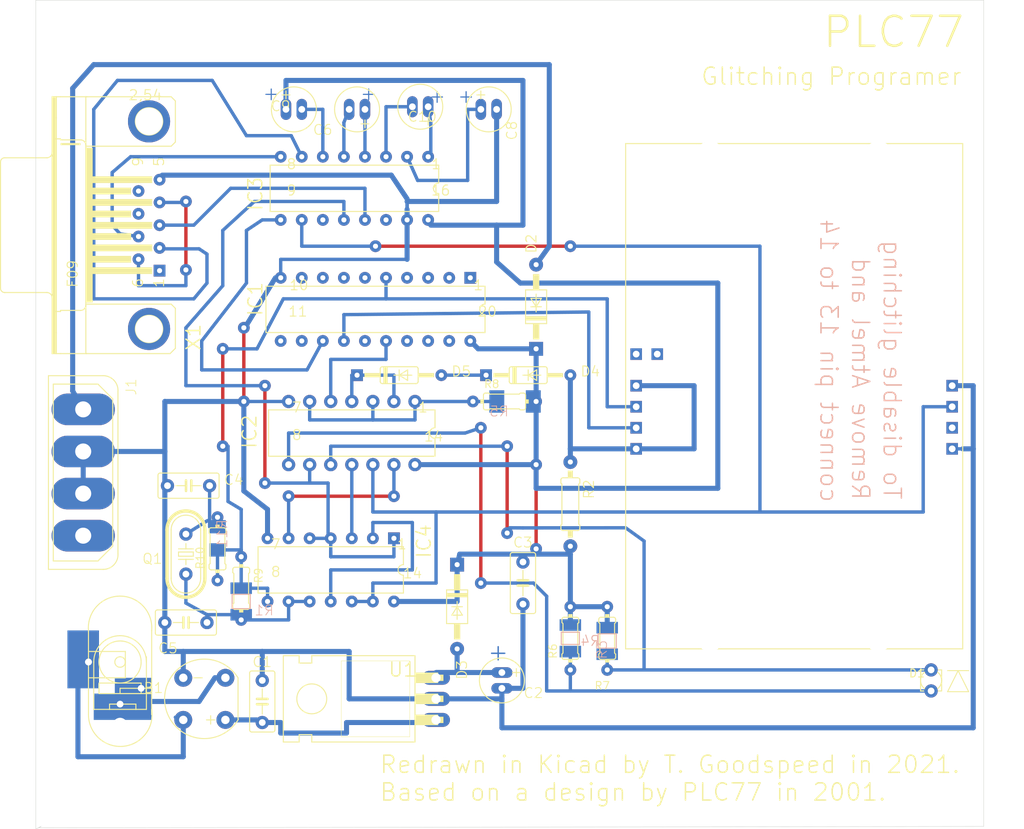
<source format=kicad_pcb>
(kicad_pcb (version 20171130) (host pcbnew 5.99.0+really5.1.10+dfsg1-1)

  (general
    (thickness 1.6)
    (drawings 21)
    (tracks 313)
    (zones 0)
    (modules 36)
    (nets 35)
  )

  (page A4)
  (layers
    (0 Top signal)
    (1 Route2 signal)
    (2 Route3 signal)
    (3 Route4 signal)
    (4 Route5 signal)
    (5 Route6 signal)
    (6 Route7 signal)
    (7 Route8 signal)
    (8 Route9 signal)
    (9 Route10 signal)
    (10 Route11 signal)
    (11 Route12 signal)
    (12 Route13 signal)
    (13 Route14 signal)
    (14 Route15 signal)
    (31 Bottom signal)
    (32 B.Adhes user)
    (33 F.Adhes user)
    (34 B.Paste user)
    (35 F.Paste user)
    (36 B.SilkS user)
    (37 F.SilkS user)
    (38 B.Mask user)
    (39 F.Mask user)
    (40 Dwgs.User user)
    (41 Cmts.User user)
    (42 Eco1.User user)
    (43 Eco2.User user)
    (44 Edge.Cuts user)
    (45 Margin user)
    (46 B.CrtYd user)
    (47 F.CrtYd user)
    (48 B.Fab user)
    (49 F.Fab user)
  )

  (setup
    (last_trace_width 0.25)
    (trace_clearance 0.2)
    (zone_clearance 0.508)
    (zone_45_only no)
    (trace_min 0.2)
    (via_size 0.8)
    (via_drill 0.4)
    (via_min_size 0.4)
    (via_min_drill 0.3)
    (uvia_size 0.3)
    (uvia_drill 0.1)
    (uvias_allowed no)
    (uvia_min_size 0.2)
    (uvia_min_drill 0.1)
    (edge_width 0.05)
    (segment_width 0.2)
    (pcb_text_width 0.3)
    (pcb_text_size 1.5 1.5)
    (mod_edge_width 0.12)
    (mod_text_size 1 1)
    (mod_text_width 0.15)
    (pad_size 1.524 1.524)
    (pad_drill 0.762)
    (pad_to_mask_clearance 0)
    (aux_axis_origin 0 0)
    (visible_elements FFFFFF7F)
    (pcbplotparams
      (layerselection 0x010fc_ffffffff)
      (usegerberextensions false)
      (usegerberattributes true)
      (usegerberadvancedattributes true)
      (creategerberjobfile true)
      (excludeedgelayer true)
      (linewidth 0.100000)
      (plotframeref false)
      (viasonmask false)
      (mode 1)
      (useauxorigin false)
      (hpglpennumber 1)
      (hpglpenspeed 20)
      (hpglpendiameter 15.000000)
      (psnegative false)
      (psa4output false)
      (plotreference true)
      (plotvalue true)
      (plotinvisibletext false)
      (padsonsilk false)
      (subtractmaskfromsilk false)
      (outputformat 1)
      (mirror false)
      (drillshape 1)
      (scaleselection 1)
      (outputdirectory ""))
  )

  (net 0 "")
  (net 1 GND)
  (net 2 VCC)
  (net 3 N$3)
  (net 4 N$4)
  (net 5 N$6)
  (net 6 N$7)
  (net 7 N$10)
  (net 8 N$12)
  (net 9 N$13)
  (net 10 N$34)
  (net 11 N$23)
  (net 12 N$17)
  (net 13 N$24)
  (net 14 N$1)
  (net 15 N$5)
  (net 16 N$21)
  (net 17 N$25)
  (net 18 N$27)
  (net 19 N$9)
  (net 20 N$19)
  (net 21 N$29)
  (net 22 N$22)
  (net 23 N$36)
  (net 24 N$28)
  (net 25 N$18)
  (net 26 N$42)
  (net 27 N$41)
  (net 28 N$11)
  (net 29 N$31)
  (net 30 N$37)
  (net 31 N$15)
  (net 32 N$2)
  (net 33 N$16)
  (net 34 N$8)

  (net_class Default "This is the default net class."
    (clearance 0.2)
    (trace_width 0.25)
    (via_dia 0.8)
    (via_drill 0.4)
    (uvia_dia 0.3)
    (uvia_drill 0.1)
    (add_net GND)
    (add_net N$1)
    (add_net N$10)
    (add_net N$11)
    (add_net N$12)
    (add_net N$13)
    (add_net N$15)
    (add_net N$16)
    (add_net N$17)
    (add_net N$18)
    (add_net N$19)
    (add_net N$2)
    (add_net N$21)
    (add_net N$22)
    (add_net N$23)
    (add_net N$24)
    (add_net N$25)
    (add_net N$27)
    (add_net N$28)
    (add_net N$29)
    (add_net N$3)
    (add_net N$31)
    (add_net N$34)
    (add_net N$36)
    (add_net N$37)
    (add_net N$4)
    (add_net N$41)
    (add_net N$42)
    (add_net N$5)
    (add_net N$6)
    (add_net N$7)
    (add_net N$8)
    (add_net N$9)
    (add_net VCC)
  )

  (module 0204_7 (layer Top) (tedit 613A2833) (tstamp 613A1DAC)
    (at 155.8086 131.9911 90)
    (descr "<b>RESISTOR</b><p>\ntype 0204, grid 7.5 mm")
    (fp_text reference R6 (at -2.54 -1.5494 90) (layer F.SilkS)
      (effects (font (size 0.94107 0.94107) (thickness 0.118872)) (justify left bottom))
    )
    (fp_text value "" (at -1.6256 0.4826 90) (layer F.Fab)
      (effects (font (size 0.94107 0.94107) (thickness 0.118872)) (justify left bottom))
    )
    (fp_line (start 3.81 0) (end 2.921 0) (layer F.Fab) (width 0.508))
    (fp_line (start -3.81 0) (end -2.921 0) (layer F.Fab) (width 0.508))
    (fp_line (start -2.54 0.762) (end -2.54 -0.762) (layer F.SilkS) (width 0.127))
    (fp_line (start -2.286 -1.016) (end -1.905 -1.016) (layer F.SilkS) (width 0.127))
    (fp_line (start -1.778 -0.889) (end -1.905 -1.016) (layer F.SilkS) (width 0.127))
    (fp_line (start -2.286 1.016) (end -1.905 1.016) (layer F.SilkS) (width 0.127))
    (fp_line (start -1.778 0.889) (end -1.905 1.016) (layer F.SilkS) (width 0.127))
    (fp_line (start 1.778 -0.889) (end 1.905 -1.016) (layer F.SilkS) (width 0.127))
    (fp_line (start 1.778 -0.889) (end -1.778 -0.889) (layer F.SilkS) (width 0.127))
    (fp_line (start 1.778 0.889) (end 1.905 1.016) (layer F.SilkS) (width 0.127))
    (fp_line (start 1.778 0.889) (end -1.778 0.889) (layer F.SilkS) (width 0.127))
    (fp_line (start 2.286 -1.016) (end 1.905 -1.016) (layer F.SilkS) (width 0.127))
    (fp_line (start 2.286 1.016) (end 1.905 1.016) (layer F.SilkS) (width 0.127))
    (fp_line (start 2.54 0.762) (end 2.54 -0.762) (layer F.SilkS) (width 0.127))
    (fp_poly (pts (xy 2.54 0.254) (xy 2.921 0.254) (xy 2.921 -0.254) (xy 2.54 -0.254)) (layer F.SilkS) (width 0))
    (fp_poly (pts (xy -2.921 0.254) (xy -2.54 0.254) (xy -2.54 -0.254) (xy -2.921 -0.254)) (layer F.SilkS) (width 0))
    (fp_arc (start 2.286 -0.762) (end 2.286 -1.016) (angle 90) (layer F.SilkS) (width 0.127))
    (fp_arc (start 2.286 0.762) (end 2.286 1.016) (angle -90) (layer F.SilkS) (width 0.127))
    (fp_arc (start -2.286 0.762) (end -2.54 0.762) (angle -90) (layer F.SilkS) (width 0.127))
    (fp_arc (start -2.286 -0.762) (end -2.54 -0.762) (angle 90) (layer F.SilkS) (width 0.127))
    (pad 2 thru_hole circle (at 3.81 0 90) (size 1.4224 1.4224) (drill 0.6096) (layers *.Cu *.Mask)
      (net 2 VCC) (solder_mask_margin 0.1524))
    (pad 1 thru_hole circle (at -3.81 0 90) (size 1.4224 1.4224) (drill 0.6096) (layers *.Cu *.Mask)
      (net 12 N$17) (solder_mask_margin 0.1524))
    (model ./Resistor_THT.3dshapes/R_Axial_DIN0204_L3.6mm_D1.6mm_P7.62mm_Horizontal.step
      (offset (xyz -4 0 0))
      (scale (xyz 1 1 1))
      (rotate (xyz 0 0 0))
    )
  )

  (module DIL14 (layer Top) (tedit 0) (tstamp 613A1B28)
    (at 129.4561 107.2261 180)
    (fp_text reference IC2 (at 11.3461 -1.9939 90) (layer F.SilkS)
      (effects (font (size 1.6891 1.6891) (thickness 0.16891)) (justify left bottom))
    )
    (fp_text value 7405 (at -5.08 2.2352) (layer F.Fab)
      (effects (font (size 1.6891 1.6891) (thickness 0.16891)) (justify left bottom))
    )
    (fp_line (start -10.033 0.635) (end -10.033 2.794) (layer F.SilkS) (width 0.127))
    (fp_line (start 10.033 -2.794) (end -10.033 -2.794) (layer F.SilkS) (width 0.127))
    (fp_line (start -10.033 -2.794) (end -10.033 -0.635) (layer F.SilkS) (width 0.127))
    (fp_line (start -10.033 2.794) (end 10.033 2.794) (layer F.SilkS) (width 0.127))
    (fp_line (start 10.033 2.794) (end 10.033 -2.794) (layer F.SilkS) (width 0.127))
    (fp_text user 8 (at 7.2898 -0.9398 180) (layer F.SilkS)
      (effects (font (size 1.2065 1.2065) (thickness 0.127)) (justify left bottom))
    )
    (fp_text user 7 (at 7.2898 2.3876 180) (layer F.SilkS)
      (effects (font (size 1.2065 1.2065) (thickness 0.127)) (justify left bottom))
    )
    (fp_text user 14 (at -8.636 -1.1176 180) (layer F.SilkS)
      (effects (font (size 1.2065 1.2065) (thickness 0.127)) (justify left bottom))
    )
    (fp_text user 1 (at -7.9248 2.3876 180) (layer F.SilkS)
      (effects (font (size 1.2065 1.2065) (thickness 0.127)) (justify left bottom))
    )
    (fp_arc (start -10.033 0) (end -10.033 0.635) (angle -180) (layer F.SilkS) (width 0.127))
    (pad 14 thru_hole circle (at -7.62 -3.81 180) (size 1.6002 1.6002) (drill 0.8128) (layers *.Cu *.Mask)
      (net 2 VCC) (solder_mask_margin 0.1524))
    (pad 13 thru_hole circle (at -5.08 -3.81 180) (size 1.6002 1.6002) (drill 0.8128) (layers *.Cu *.Mask)
      (net 24 N$28) (solder_mask_margin 0.1524))
    (pad 12 thru_hole circle (at -2.54 -3.81 180) (size 1.6002 1.6002) (drill 0.8128) (layers *.Cu *.Mask)
      (net 25 N$18) (solder_mask_margin 0.1524))
    (pad 11 thru_hole circle (at 0 -3.81 180) (size 1.6002 1.6002) (drill 0.8128) (layers *.Cu *.Mask)
      (net 30 N$37) (solder_mask_margin 0.1524))
    (pad 10 thru_hole circle (at 2.54 -3.81 180) (size 1.6002 1.6002) (drill 0.8128) (layers *.Cu *.Mask)
      (net 13 N$24) (solder_mask_margin 0.1524))
    (pad 9 thru_hole circle (at 5.08 -3.81 180) (size 1.6002 1.6002) (drill 0.8128) (layers *.Cu *.Mask)
      (net 11 N$23) (solder_mask_margin 0.1524))
    (pad 8 thru_hole circle (at 7.62 -3.81 180) (size 1.6002 1.6002) (drill 0.8128) (layers *.Cu *.Mask)
      (net 12 N$17) (solder_mask_margin 0.1524))
    (pad 7 thru_hole circle (at 7.62 3.81 180) (size 1.6002 1.6002) (drill 0.8128) (layers *.Cu *.Mask)
      (net 1 GND) (solder_mask_margin 0.1524))
    (pad 6 thru_hole circle (at 5.08 3.81 180) (size 1.6002 1.6002) (drill 0.8128) (layers *.Cu *.Mask)
      (net 32 N$2) (solder_mask_margin 0.1524))
    (pad 5 thru_hole circle (at 2.54 3.81 180) (size 1.6002 1.6002) (drill 0.8128) (layers *.Cu *.Mask)
      (net 23 N$36) (solder_mask_margin 0.1524))
    (pad 4 thru_hole circle (at 0 3.81 180) (size 1.6002 1.6002) (drill 0.8128) (layers *.Cu *.Mask)
      (net 22 N$22) (solder_mask_margin 0.1524))
    (pad 3 thru_hole circle (at -2.54 3.81 180) (size 1.6002 1.6002) (drill 0.8128) (layers *.Cu *.Mask)
      (net 32 N$2) (solder_mask_margin 0.1524))
    (pad 2 thru_hole circle (at -5.08 3.81 180) (size 1.6002 1.6002) (drill 0.8128) (layers *.Cu *.Mask)
      (net 22 N$22) (solder_mask_margin 0.1524))
    (pad 1 thru_hole circle (at -7.62 3.81 180) (size 1.6002 1.6002) (drill 0.8128) (layers *.Cu *.Mask)
      (net 32 N$2) (solder_mask_margin 0.1524))
    (model Package_DIP.3dshapes/DIP-14_W7.62mm.step
      (offset (xyz -7.5 -3.6 0))
      (scale (xyz 1 1 1))
      (rotate (xyz 0 0 -90))
    )
  )

  (module DIL16 (layer Top) (tedit 0) (tstamp 613A1B43)
    (at 129.7736 77.6986 180)
    (descr <b>DIL</b>)
    (fp_text reference IC3 (at 12.9336 1.4986 270) (layer F.SilkS)
      (effects (font (size 1.6891 1.6891) (thickness 0.1778)) (justify right top))
    )
    (fp_text value MAX232 (at -6.35 2.2352 180) (layer F.Fab)
      (effects (font (size 1.6891 1.6891) (thickness 0.1778)) (justify right top))
    )
    (fp_line (start -10.16 0.635) (end -10.16 2.794) (layer F.SilkS) (width 0.127))
    (fp_line (start -10.16 2.794) (end 10.16 2.794) (layer F.SilkS) (width 0.127))
    (fp_line (start 10.16 2.794) (end 10.16 -2.794) (layer F.SilkS) (width 0.127))
    (fp_line (start 10.16 -2.794) (end -10.16 -2.794) (layer F.SilkS) (width 0.127))
    (fp_line (start -10.16 -2.794) (end -10.16 -0.635) (layer F.SilkS) (width 0.127))
    (fp_text user 9 (at 8.255 -0.9652 180) (layer F.SilkS)
      (effects (font (size 1.2065 1.2065) (thickness 0.127)) (justify left bottom))
    )
    (fp_text user 8 (at 8.255 2.2098 180) (layer F.SilkS)
      (effects (font (size 1.2065 1.2065) (thickness 0.127)) (justify left bottom))
    )
    (fp_text user 16 (at -9.1694 -0.9652 180) (layer F.SilkS)
      (effects (font (size 1.2065 1.2065) (thickness 0.127)) (justify left bottom))
    )
    (fp_text user 1 (at -9.1948 2.2098 180) (layer F.SilkS)
      (effects (font (size 1.2065 1.2065) (thickness 0.127)) (justify left bottom))
    )
    (fp_arc (start -10.16 0) (end -10.16 0.635) (angle -180) (layer F.SilkS) (width 0.127))
    (pad 16 thru_hole circle (at -8.89 -3.81 180) (size 1.4224 1.4224) (drill 0.6096) (layers *.Cu *.Mask)
      (net 2 VCC) (solder_mask_margin 0.1524))
    (pad 15 thru_hole circle (at -6.35 -3.81 180) (size 1.4224 1.4224) (drill 0.6096) (layers *.Cu *.Mask)
      (net 1 GND) (solder_mask_margin 0.1524))
    (pad 14 thru_hole circle (at -3.81 -3.81 180) (size 1.4224 1.4224) (drill 0.6096) (layers *.Cu *.Mask)
      (solder_mask_margin 0.1524))
    (pad 13 thru_hole circle (at -1.27 -3.81 180) (size 1.4224 1.4224) (drill 0.6096) (layers *.Cu *.Mask)
      (net 10 N$34) (solder_mask_margin 0.1524))
    (pad 12 thru_hole circle (at 1.27 -3.81 180) (size 1.4224 1.4224) (drill 0.6096) (layers *.Cu *.Mask)
      (net 11 N$23) (solder_mask_margin 0.1524))
    (pad 11 thru_hole circle (at 3.81 -3.81 180) (size 1.4224 1.4224) (drill 0.6096) (layers *.Cu *.Mask)
      (solder_mask_margin 0.1524))
    (pad 10 thru_hole circle (at 6.35 -3.81 180) (size 1.4224 1.4224) (drill 0.6096) (layers *.Cu *.Mask)
      (net 25 N$18) (solder_mask_margin 0.1524))
    (pad 9 thru_hole circle (at 8.89 -3.81 180) (size 1.4224 1.4224) (drill 0.6096) (layers *.Cu *.Mask)
      (net 19 N$9) (solder_mask_margin 0.1524))
    (pad 8 thru_hole circle (at 8.89 3.81 180) (size 1.4224 1.4224) (drill 0.6096) (layers *.Cu *.Mask)
      (net 9 N$13) (solder_mask_margin 0.1524))
    (pad 7 thru_hole circle (at 6.35 3.81 180) (size 1.4224 1.4224) (drill 0.6096) (layers *.Cu *.Mask)
      (net 16 N$21) (solder_mask_margin 0.1524))
    (pad 6 thru_hole circle (at 3.81 3.81 180) (size 1.4224 1.4224) (drill 0.6096) (layers *.Cu *.Mask)
      (net 5 N$6) (solder_mask_margin 0.1524))
    (pad 5 thru_hole circle (at 1.27 3.81 180) (size 1.4224 1.4224) (drill 0.6096) (layers *.Cu *.Mask)
      (net 14 N$1) (solder_mask_margin 0.1524))
    (pad 4 thru_hole circle (at -1.27 3.81 180) (size 1.4224 1.4224) (drill 0.6096) (layers *.Cu *.Mask)
      (net 15 N$5) (solder_mask_margin 0.1524))
    (pad 3 thru_hole circle (at -3.81 3.81 180) (size 1.4224 1.4224) (drill 0.6096) (layers *.Cu *.Mask)
      (net 3 N$3) (solder_mask_margin 0.1524))
    (pad 2 thru_hole circle (at -6.35 3.81 180) (size 1.4224 1.4224) (drill 0.6096) (layers *.Cu *.Mask)
      (net 6 N$7) (solder_mask_margin 0.1524))
    (pad 1 thru_hole circle (at -8.89 3.81 180) (size 1.4224 1.4224) (drill 0.6096) (layers *.Cu *.Mask)
      (net 4 N$4) (solder_mask_margin 0.1524))
    (model Package_DIP.3dshapes/DIP-16_W7.62mm.step
      (offset (xyz -9 -3.9 0))
      (scale (xyz 1 1 1))
      (rotate (xyz 0 0 -90))
    )
  )

  (module HC49U-V (layer Top) (tedit 0) (tstamp 613A1B60)
    (at 109.4536 121.8311 270)
    (fp_text reference Q1 (at 1.27 5.334) (layer F.SilkS)
      (effects (font (size 1.2065 1.2065) (thickness 0.12065)) (justify left bottom))
    )
    (fp_text value "3.5795 MHZ" (at 5.715 13.081) (layer F.Fab)
      (effects (font (size 1.2065 1.2065) (thickness 0.12065)) (justify left bottom))
    )
    (fp_line (start -2.921 2.286) (end 2.921 2.286) (layer F.SilkS) (width 0.4064))
    (fp_line (start -2.921 -2.286) (end 2.921 -2.286) (layer F.SilkS) (width 0.4064))
    (fp_line (start -2.921 1.778) (end 2.921 1.778) (layer F.SilkS) (width 0.127))
    (fp_line (start 2.921 -1.778) (end -2.921 -1.778) (layer F.SilkS) (width 0.127))
    (fp_line (start -0.254 -0.889) (end 0.254 -0.889) (layer F.SilkS) (width 0.127))
    (fp_line (start 0.254 -0.889) (end 0.254 0.889) (layer F.SilkS) (width 0.127))
    (fp_line (start 0.254 0.889) (end -0.254 0.889) (layer F.SilkS) (width 0.127))
    (fp_line (start -0.254 0.889) (end -0.254 -0.889) (layer F.SilkS) (width 0.127))
    (fp_line (start 0.635 -0.889) (end 0.635 0) (layer F.SilkS) (width 0.127))
    (fp_line (start 0.635 0) (end 0.635 0.889) (layer F.SilkS) (width 0.127))
    (fp_line (start -0.635 -0.889) (end -0.635 0) (layer F.SilkS) (width 0.127))
    (fp_line (start -0.635 0) (end -0.635 0.889) (layer F.SilkS) (width 0.127))
    (fp_line (start 0.635 0) (end 1.27 0) (layer F.SilkS) (width 0.127))
    (fp_line (start -0.635 0) (end -1.27 0) (layer F.SilkS) (width 0.127))
    (fp_poly (pts (xy -3.81 2.794) (xy 3.81 2.794) (xy 3.81 -2.794) (xy -3.81 -2.794)) (layer Dwgs.User) (width 0))
    (fp_poly (pts (xy -4.318 2.54) (xy -3.81 2.54) (xy -3.81 -2.54) (xy -4.318 -2.54)) (layer Dwgs.User) (width 0))
    (fp_poly (pts (xy -4.826 2.286) (xy -4.318 2.286) (xy -4.318 -2.286) (xy -4.826 -2.286)) (layer Dwgs.User) (width 0))
    (fp_poly (pts (xy -5.334 1.778) (xy -4.826 1.778) (xy -4.826 -1.778) (xy -5.334 -1.778)) (layer Dwgs.User) (width 0))
    (fp_poly (pts (xy -5.588 1.27) (xy -5.334 1.27) (xy -5.334 -1.016) (xy -5.588 -1.016)) (layer Dwgs.User) (width 0))
    (fp_poly (pts (xy 3.81 2.54) (xy 4.318 2.54) (xy 4.318 -2.54) (xy 3.81 -2.54)) (layer Dwgs.User) (width 0))
    (fp_poly (pts (xy 4.318 2.286) (xy 4.826 2.286) (xy 4.826 -2.286) (xy 4.318 -2.286)) (layer Dwgs.User) (width 0))
    (fp_poly (pts (xy 4.826 1.778) (xy 5.334 1.778) (xy 5.334 -1.778) (xy 4.826 -1.778)) (layer Dwgs.User) (width 0))
    (fp_poly (pts (xy 5.334 1.016) (xy 5.588 1.016) (xy 5.588 -1.016) (xy 5.334 -1.016)) (layer Dwgs.User) (width 0))
    (fp_arc (start -2.921 0) (end -2.921 -1.778) (angle -180) (layer F.SilkS) (width 0.127))
    (fp_arc (start -2.921 0) (end -2.921 -2.286) (angle -180) (layer F.SilkS) (width 0.4064))
    (fp_arc (start 2.921 0) (end 2.921 -2.286) (angle 180) (layer F.SilkS) (width 0.4064))
    (fp_arc (start 2.921 0) (end 2.921 -1.778) (angle 180) (layer F.SilkS) (width 0.127))
    (pad 2 thru_hole circle (at 2.413 0 270) (size 1.6002 1.6002) (drill 0.8128) (layers *.Cu *.Mask)
      (net 21 N$29) (solder_mask_margin 0.1524))
    (pad 1 thru_hole circle (at -2.413 0 270) (size 1.6002 1.6002) (drill 0.8128) (layers *.Cu *.Mask)
      (net 34 N$8) (solder_mask_margin 0.1524))
    (model ./Crystal.3dshapes/Crystal_HC49-U_Vertical.step
      (offset (xyz -2.5 0 0))
      (scale (xyz 1 1 1))
      (rotate (xyz 0 0 0))
    )
  )

  (module 1210 (layer Bottom) (tedit 0) (tstamp 613A1B80)
    (at 116.1211 127.5461 270)
    (fp_text reference R1 (at 1.778 -1.524) (layer B.SilkS)
      (effects (font (size 1.2065 1.2065) (thickness 0.09652)) (justify right bottom mirror))
    )
    (fp_text value 1M (at 10.3505 1.3335) (layer B.Fab)
      (effects (font (size 1.2065 1.2065) (thickness 0.09652)) (justify right bottom mirror))
    )
    (fp_line (start -0.8636 1.0922) (end 0.8636 1.0922) (layer B.SilkS) (width 0.127))
    (fp_line (start -0.8636 -1.0922) (end 0.8636 -1.0922) (layer B.SilkS) (width 0.127))
    (fp_line (start 0.8636 1.0922) (end 0.8636 -1.0922) (layer B.SilkS) (width 0.127))
    (fp_line (start -0.8636 -1.0922) (end -0.8636 1.0922) (layer B.SilkS) (width 0.127))
    (fp_poly (pts (xy -1.4224 -1.2446) (xy -0.9144 -1.2446) (xy -0.9144 1.2446) (xy -1.4224 1.2446)) (layer B.Fab) (width 0))
    (fp_poly (pts (xy 0.9144 -1.2446) (xy 1.4224 -1.2446) (xy 1.4224 1.2446) (xy 0.9144 1.2446)) (layer B.Fab) (width 0))
    (pad 1 smd rect (at -1.6002 0 270) (size 1.397 2.5908) (layers Bottom B.Paste B.Mask)
      (net 7 N$10) (solder_mask_margin 0.1524))
    (pad 2 smd rect (at 1.6002 0 270) (size 1.397 2.5908) (layers Bottom B.Paste B.Mask)
      (net 21 N$29) (solder_mask_margin 0.1524))
  )

  (module 1210 (layer Bottom) (tedit 0) (tstamp 613A1B8B)
    (at 160.2536 132.3086 90)
    (fp_text reference R3 (at 0.1905 0.0635 90) (layer B.SilkS)
      (effects (font (size 1.2065 1.2065) (thickness 0.09652)) (justify right bottom))
    )
    (fp_text value 470 (at -6.7945 -25.3365 90) (layer B.Fab)
      (effects (font (size 1.2065 1.2065) (thickness 0.09652)) (justify right bottom))
    )
    (fp_line (start -0.8636 1.0922) (end 0.8636 1.0922) (layer B.SilkS) (width 0.127))
    (fp_line (start -0.8636 -1.0922) (end 0.8636 -1.0922) (layer B.SilkS) (width 0.127))
    (fp_line (start 0.8636 1.0922) (end 0.8636 -1.0922) (layer B.SilkS) (width 0.127))
    (fp_line (start -0.8636 -1.0922) (end -0.8636 1.0922) (layer B.SilkS) (width 0.127))
    (fp_poly (pts (xy -1.4224 -1.2446) (xy -0.9144 -1.2446) (xy -0.9144 1.2446) (xy -1.4224 1.2446)) (layer B.Fab) (width 0))
    (fp_poly (pts (xy 0.9144 -1.2446) (xy 1.4224 -1.2446) (xy 1.4224 1.2446) (xy 0.9144 1.2446)) (layer B.Fab) (width 0))
    (pad 1 smd rect (at -1.6002 0 90) (size 1.397 2.5908) (layers Bottom B.Paste B.Mask)
      (net 13 N$24) (solder_mask_margin 0.1524))
    (pad 2 smd rect (at 1.6002 0 90) (size 1.397 2.5908) (layers Bottom B.Paste B.Mask)
      (net 2 VCC) (solder_mask_margin 0.1524))
  )

  (module TO220H (layer Top) (tedit 0) (tstamp 613A1B96)
    (at 129.4561 139.2936 90)
    (descr <b>TO-220</b>)
    (fp_text reference U1 (at 2.54 4.318) (layer F.SilkS)
      (effects (font (size 1.6891 1.6891) (thickness 0.16891)) (justify left bottom))
    )
    (fp_text value 7805T (at -1.397 6.985) (layer F.Fab)
      (effects (font (size 1.6891 1.6891) (thickness 0.16891)) (justify left bottom))
    )
    (fp_line (start -5.207 7.62) (end 5.207 7.62) (layer F.SilkS) (width 0.127))
    (fp_line (start 5.207 -8.255) (end -5.207 -8.255) (layer F.SilkS) (width 0.127))
    (fp_line (start 5.207 7.62) (end 5.207 -4.826) (layer F.SilkS) (width 0.127))
    (fp_line (start 5.207 -4.826) (end 4.318 -4.826) (layer F.SilkS) (width 0.127))
    (fp_line (start 4.318 -4.826) (end 4.318 -6.35) (layer F.SilkS) (width 0.127))
    (fp_line (start 4.318 -6.35) (end 5.207 -6.35) (layer F.SilkS) (width 0.127))
    (fp_line (start 5.207 -6.35) (end 5.207 -8.255) (layer F.SilkS) (width 0.127))
    (fp_line (start -5.207 7.62) (end -5.207 -4.826) (layer F.SilkS) (width 0.127))
    (fp_line (start -5.207 -4.826) (end -4.318 -4.826) (layer F.SilkS) (width 0.127))
    (fp_line (start -4.318 -4.826) (end -4.318 -6.35) (layer F.SilkS) (width 0.127))
    (fp_line (start -4.318 -6.35) (end -5.207 -6.35) (layer F.SilkS) (width 0.127))
    (fp_line (start -5.207 -6.35) (end -5.207 -8.255) (layer F.SilkS) (width 0.127))
    (fp_line (start -4.572 6.985) (end 4.572 6.985) (layer F.SilkS) (width 0.0508))
    (fp_line (start 4.572 -1.27) (end 4.572 6.985) (layer F.SilkS) (width 0.0508))
    (fp_line (start 4.572 -1.27) (end -4.572 -1.27) (layer F.SilkS) (width 0.0508))
    (fp_line (start -4.572 6.985) (end -4.572 -1.27) (layer F.SilkS) (width 0.0508))
    (fp_circle (center 0 -4.826) (end 1.8034 -4.826) (layer F.SilkS) (width 0.127))
    (fp_circle (center 0 -4.826) (end 0.635 -4.826) (layer Bottom) (width 0.6096))
    (fp_circle (center 0 -4.826) (end 2.54 -4.826) (layer Dwgs.User) (width 2.54))
    (fp_circle (center 0 -4.826) (end 2.54 -4.826) (layer Dwgs.User) (width 2.54))
    (fp_poly (pts (xy 2.159 11.049) (xy 2.921 11.049) (xy 2.921 10.414) (xy 2.159 10.414)) (layer F.SilkS) (width 0))
    (fp_poly (pts (xy -0.381 11.049) (xy 0.381 11.049) (xy 0.381 10.414) (xy -0.381 10.414)) (layer F.SilkS) (width 0))
    (fp_poly (pts (xy -2.921 11.049) (xy -2.159 11.049) (xy -2.159 10.414) (xy -2.921 10.414)) (layer F.SilkS) (width 0))
    (fp_poly (pts (xy -3.175 10.414) (xy -1.905 10.414) (xy -1.905 7.62) (xy -3.175 7.62)) (layer F.SilkS) (width 0))
    (fp_poly (pts (xy -0.635 10.414) (xy 0.635 10.414) (xy 0.635 7.62) (xy -0.635 7.62)) (layer F.SilkS) (width 0))
    (fp_poly (pts (xy 1.905 10.414) (xy 3.175 10.414) (xy 3.175 7.62) (xy 1.905 7.62)) (layer F.SilkS) (width 0))
    (pad "" np_thru_hole circle (at 0 -4.826 90) (size 3.302 3.302) (drill 3.302) (layers *.Cu *.Mask))
    (pad 3 thru_hole oval (at 2.54 10.16 180) (size 3.3528 1.6764) (drill 1.1176) (layers *.Cu *.Mask)
      (net 27 N$41) (solder_mask_margin 0.1524))
    (pad 2 thru_hole oval (at 0 10.16 180) (size 3.3528 1.6764) (drill 1.1176) (layers *.Cu *.Mask)
      (net 1 GND) (solder_mask_margin 0.1524))
    (pad 1 thru_hole oval (at -2.54 10.16 180) (size 3.3528 1.6764) (drill 1.1176) (layers *.Cu *.Mask)
      (net 31 N$15) (solder_mask_margin 0.1524))
    (model ./Package_TO_SOT_THT.3dshapes/TO-220-3_Horizontal_TabDown.wrl
      (offset (xyz -2.5 -11.5 0))
      (scale (xyz 1 1 1))
      (rotate (xyz 0 0 0))
    )
  )

  (module LED2 (layer Top) (tedit 0) (tstamp 613A1BB7)
    (at 199.3061 137.0711 90)
    (fp_text reference D1 (at 0.2921 -2.7432) (layer F.SilkS)
      (effects (font (size 0.9652 0.9652) (thickness 0.135128)) (justify left bottom))
    )
    (fp_text value "Red/Grn LED" (at -3.175 1.5367) (layer F.Fab)
      (effects (font (size 0.9652 0.9652) (thickness 0.135128)) (justify left bottom))
    )
    (fp_line (start -1.27 1.27) (end 1.27 1.27) (layer F.SilkS) (width 0.127))
    (fp_line (start 1.27 -1.27) (end -1.27 -1.27) (layer F.SilkS) (width 0.127))
    (fp_line (start 1.27 1.27) (end 1.27 0.889) (layer F.SilkS) (width 0.127))
    (fp_line (start 1.27 -1.27) (end 1.27 -0.889) (layer F.SilkS) (width 0.127))
    (fp_line (start 1.27 -0.889) (end 1.27 0.889) (layer F.Fab) (width 0.127))
    (fp_line (start -1.27 -1.27) (end -1.27 -0.889) (layer F.SilkS) (width 0.127))
    (fp_line (start -1.27 1.27) (end -1.27 0.889) (layer F.SilkS) (width 0.127))
    (fp_line (start -1.27 0.889) (end -1.27 -0.889) (layer F.Fab) (width 0.127))
    (fp_poly (pts (xy 1.27 0.635) (xy 2.032 0.635) (xy 2.032 -0.635) (xy 1.27 -0.635)) (layer F.Fab) (width 0))
    (fp_arc (start 0 0) (end 0 0.889) (angle -90) (layer F.Fab) (width 0.127))
    (fp_arc (start 0 0) (end 0 0.508) (angle -90) (layer F.Fab) (width 0.127))
    (fp_arc (start 0 0) (end -0.508 0) (angle 90) (layer F.Fab) (width 0.127))
    (fp_arc (start 0 0) (end -0.889 0) (angle 90) (layer F.Fab) (width 0.127))
    (fp_arc (start 0 -0.000046) (end -1.27 0) (angle 40.600331) (layer F.Fab) (width 0.127))
    (fp_arc (start 0 0.000046) (end -1.27 0) (angle -40.600331) (layer F.Fab) (width 0.127))
    (fp_arc (start 0 -0.000072) (end 0.9756 -0.813) (angle 39.806332) (layer F.Fab) (width 0.127))
    (fp_arc (start 0 0.00003) (end 0.9558 0.8363) (angle -41.185419) (layer F.Fab) (width 0.127))
    (fp_arc (start -0.000026 0) (end -0.9917 0.7934) (angle -51.33923) (layer F.SilkS) (width 0.127))
    (fp_arc (start 0.000026 0) (end 0 1.27) (angle -51.33923) (layer F.SilkS) (width 0.127))
    (fp_arc (start -0.000026 0) (end -0.9917 -0.7934) (angle 51.33923) (layer F.SilkS) (width 0.127))
    (fp_arc (start 0.000026 0) (end 0 -1.27) (angle 51.33923) (layer F.SilkS) (width 0.127))
    (pad K thru_hole circle (at 1.27 0 90) (size 1.6002 1.6002) (drill 0.8128) (layers *.Cu *.Mask)
      (net 13 N$24) (solder_mask_margin 0.1524))
    (pad A thru_hole circle (at -1.27 0 90) (size 1.6002 1.6002) (drill 0.8128) (layers *.Cu *.Mask)
      (net 12 N$17) (solder_mask_margin 0.1524))
    (model ./LED_THT.3dshapes/LED_D3.0mm.wrl
      (offset (xyz 1.25 0 -2.5))
      (scale (xyz 1 1 1))
      (rotate (xyz 0 0 180))
    )
  )

  (module CHEAPREA (layer Top) (tedit 0) (tstamp 613A1BD1)
    (at 182.7961 102.7811)
    (fp_text reference CDR1 (at 0 0) (layer F.SilkS) hide
      (effects (font (size 1.27 1.27) (thickness 0.15)))
    )
    (fp_text value CHEAPREADR (at 0 0) (layer F.SilkS) hide
      (effects (font (size 1.27 1.27) (thickness 0.15)))
    )
    (fp_line (start 20.32 -30.48) (end -20.32 -30.48) (layer F.SilkS) (width 0.127))
    (fp_line (start -20.32 -30.48) (end -20.32 30.48) (layer F.SilkS) (width 0.127))
    (fp_line (start -20.32 30.48) (end 20.32 30.48) (layer F.SilkS) (width 0.127))
    (fp_line (start 20.32 30.48) (end 20.32 -30.48) (layer F.SilkS) (width 0.127))
    (pad "" np_thru_hole circle (at 10.16 29.21) (size 3.175 3.175) (drill 3.175) (layers *.Cu *.Mask))
    (pad "" np_thru_hole circle (at -10.16 29.21) (size 3.175 3.175) (drill 3.175) (layers *.Cu *.Mask))
    (pad "" np_thru_hole circle (at -10.16 -29.21) (size 3.175 3.175) (drill 3.175) (layers *.Cu *.Mask))
    (pad "" np_thru_hole circle (at 10.16 -29.21) (size 3.175 3.175) (drill 3.175) (layers *.Cu *.Mask))
    (pad P$12 thru_hole rect (at 19.05 6.35) (size 1.397 1.397) (drill 0.8128) (layers *.Cu *.Mask)
      (net 1 GND) (solder_mask_margin 0.1524))
    (pad P$11 thru_hole rect (at 19.05 3.81) (size 1.397 1.397) (drill 0.8128) (layers *.Cu *.Mask)
      (solder_mask_margin 0.1524))
    (pad P$10 thru_hole rect (at 19.05 1.27) (size 1.397 1.397) (drill 0.8128) (layers *.Cu *.Mask)
      (net 25 N$18) (solder_mask_margin 0.1524))
    (pad P$9 thru_hole rect (at 19.05 -1.27) (size 1.397 1.397) (drill 0.8128) (layers *.Cu *.Mask)
      (net 1 GND) (solder_mask_margin 0.1524))
    (pad P$8 thru_hole rect (at -16.51 -5.08) (size 1.397 1.397) (drill 0.8128) (layers *.Cu *.Mask)
      (solder_mask_margin 0.1524))
    (pad P$5 thru_hole rect (at -19.05 -5.08) (size 1.397 1.397) (drill 0.8128) (layers *.Cu *.Mask)
      (solder_mask_margin 0.1524))
    (pad P$4 thru_hole rect (at -19.05 -1.27) (size 1.397 1.397) (drill 0.8128) (layers *.Cu *.Mask)
      (net 20 N$19) (solder_mask_margin 0.1524))
    (pad P$3 thru_hole rect (at -19.05 1.27) (size 1.397 1.397) (drill 0.8128) (layers *.Cu *.Mask)
      (net 7 N$10) (solder_mask_margin 0.1524))
    (pad P$2 thru_hole rect (at -19.05 3.81) (size 1.397 1.397) (drill 0.8128) (layers *.Cu *.Mask)
      (net 8 N$12) (solder_mask_margin 0.1524))
    (pad P$1 thru_hole rect (at -19.05 6.35) (size 1.397 1.397) (drill 0.8128) (layers *.Cu *.Mask)
      (net 20 N$19) (solder_mask_margin 0.1524))
    (model 7334L2622F13LFC.stp
      (offset (xyz 0 0.5 5))
      (scale (xyz 1 1 1))
      (rotate (xyz -90 0 -90))
    )
  )

  (module RB1A (layer Top) (tedit 0) (tstamp 613A1BE6)
    (at 111.6761 139.2936 180)
    (fp_text reference B1 (at 7.3914 0.6096) (layer F.SilkS)
      (effects (font (size 1.2065 1.2065) (thickness 0.12065)) (justify left bottom))
    )
    (fp_text value RB1A (at 4.2418 3.8354) (layer F.Fab)
      (effects (font (size 1.2065 1.2065) (thickness 0.12065)) (justify left bottom))
    )
    (fp_line (start -4.064 2.54) (end -4.064 -2.54) (layer F.SilkS) (width 0.127))
    (fp_line (start -1.27 -2.54) (end -0.254 -2.54) (layer F.SilkS) (width 0.127))
    (fp_line (start -0.762 -2.032) (end -0.762 -3.048) (layer F.SilkS) (width 0.127))
    (fp_line (start 0.254 2.54) (end 1.27 2.54) (layer F.SilkS) (width 0.127))
    (fp_line (start -4.191 -2.667) (end -4.191 2.794) (layer Dwgs.User) (width 0.127))
    (fp_line (start -3.175 3.937) (end -4.191 2.794) (layer Dwgs.User) (width 0.127))
    (fp_line (start -3.175 3.937) (end -2.032 4.572) (layer Dwgs.User) (width 0.127))
    (fp_line (start -2.032 4.572) (end -0.762 4.953) (layer Dwgs.User) (width 0.127))
    (fp_line (start -0.762 4.953) (end 0.762 4.953) (layer Dwgs.User) (width 0.127))
    (fp_line (start 0.762 4.953) (end 2.286 4.445) (layer Dwgs.User) (width 0.127))
    (fp_line (start 2.286 4.445) (end 3.556 3.556) (layer Dwgs.User) (width 0.127))
    (fp_line (start 3.556 3.556) (end 4.445 2.413) (layer Dwgs.User) (width 0.127))
    (fp_line (start 4.445 2.413) (end 4.953 0.635) (layer Dwgs.User) (width 0.127))
    (fp_line (start 4.953 0.635) (end 4.953 -0.635) (layer Dwgs.User) (width 0.127))
    (fp_line (start 4.953 -0.635) (end 4.572 -2.032) (layer Dwgs.User) (width 0.127))
    (fp_line (start 4.572 -2.032) (end 3.81 -3.175) (layer Dwgs.User) (width 0.127))
    (fp_line (start 3.81 -3.175) (end 2.794 -4.064) (layer Dwgs.User) (width 0.127))
    (fp_line (start 2.794 -4.064) (end 1.905 -4.572) (layer Dwgs.User) (width 0.127))
    (fp_line (start 1.905 -4.572) (end 0.508 -4.953) (layer Dwgs.User) (width 0.127))
    (fp_line (start 0.508 -4.953) (end -0.508 -4.953) (layer Dwgs.User) (width 0.127))
    (fp_line (start -0.508 -4.953) (end -1.651 -4.699) (layer Dwgs.User) (width 0.127))
    (fp_line (start -1.651 -4.699) (end -2.667 -4.191) (layer Dwgs.User) (width 0.127))
    (fp_line (start -2.667 -4.191) (end -3.683 -3.302) (layer Dwgs.User) (width 0.127))
    (fp_line (start -3.683 -3.302) (end -4.191 -2.667) (layer Dwgs.User) (width 0.127))
    (fp_arc (start 2.5146 -2.54) (end 2.1844 -2.54) (angle -180) (layer F.Fab) (width 0.127))
    (fp_arc (start 1.8542 -2.54) (end 1.524 -2.54) (angle 180) (layer F.Fab) (width 0.127))
    (fp_arc (start -1.9304 2.54) (end -2.2606 2.54) (angle -180) (layer F.Fab) (width 0.127))
    (fp_arc (start -2.5908 2.54) (end -2.921 2.54) (angle 180) (layer F.Fab) (width 0.127))
    (fp_arc (start 0 0.000002) (end -4.1095 -2.4657) (angle 297.03086) (layer F.SilkS) (width 0.127))
    (pad AC2 thru_hole circle (at -2.54 2.54 180) (size 2.159 2.159) (drill 1.016) (layers *.Cu *.Mask)
      (net 18 N$27) (solder_mask_margin 0.1524))
    (pad - thru_hole circle (at 2.54 2.54 180) (size 2.159 2.159) (drill 1.016) (layers *.Cu *.Mask)
      (net 1 GND) (solder_mask_margin 0.1524))
    (pad AC1 thru_hole circle (at 2.54 -2.54 180) (size 2.159 2.159) (drill 1.016) (layers *.Cu *.Mask)
      (net 17 N$25) (solder_mask_margin 0.1524))
    (pad + thru_hole circle (at -2.54 -2.54 180) (size 2.159 2.159) (drill 1.016) (layers *.Cu *.Mask)
      (net 31 N$15) (solder_mask_margin 0.1524))
    (model ./Diode_THT.3dshapes/Diode_Bridge_Round_D9.0mm.wrl
      (offset (xyz -2.5 2.5 0))
      (scale (xyz 1 1 1))
      (rotate (xyz 0 0 0))
    )
  )

  (module C5B3 (layer Top) (tedit 0) (tstamp 613A1C0A)
    (at 118.6611 139.6111 270)
    (fp_text reference C1 (at -4.064 1.27) (layer F.SilkS)
      (effects (font (size 1.2065 1.2065) (thickness 0.12065)) (justify left bottom))
    )
    (fp_text value .1uf (at -5.334 2.159) (layer F.Fab)
      (effects (font (size 1.2065 1.2065) (thickness 0.12065)) (justify left bottom))
    )
    (fp_line (start -0.3048 -0.635) (end -0.3048 0) (layer F.SilkS) (width 0.3048))
    (fp_line (start -0.3048 0) (end -0.3048 0.635) (layer F.SilkS) (width 0.3048))
    (fp_line (start -0.3048 0) (end -1.524 0) (layer F.SilkS) (width 0.127))
    (fp_line (start 0.3302 -0.635) (end 0.3302 0) (layer F.SilkS) (width 0.3048))
    (fp_line (start 0.3302 0) (end 0.3302 0.635) (layer F.SilkS) (width 0.3048))
    (fp_line (start 0.3302 0) (end 1.524 0) (layer F.SilkS) (width 0.127))
    (fp_line (start -3.683 -1.27) (end -3.683 1.27) (layer F.SilkS) (width 0.127))
    (fp_line (start -3.429 1.524) (end 3.429 1.524) (layer F.SilkS) (width 0.127))
    (fp_line (start 3.683 1.27) (end 3.683 -1.27) (layer F.SilkS) (width 0.127))
    (fp_line (start 3.429 -1.524) (end -3.429 -1.524) (layer F.SilkS) (width 0.127))
    (fp_arc (start -3.429 -1.27) (end -3.683 -1.27) (angle 90) (layer F.SilkS) (width 0.127))
    (fp_arc (start -3.429 1.27) (end -3.683 1.27) (angle -90) (layer F.SilkS) (width 0.127))
    (fp_arc (start 3.429 1.27) (end 3.429 1.524) (angle -90) (layer F.SilkS) (width 0.127))
    (fp_arc (start 3.429 -1.27) (end 3.429 -1.524) (angle 90) (layer F.SilkS) (width 0.127))
    (pad 2 thru_hole circle (at 2.54 0 270) (size 1.6002 1.6002) (drill 0.8128) (layers *.Cu *.Mask)
      (net 31 N$15) (solder_mask_margin 0.1524))
    (pad 1 thru_hole circle (at -2.54 0 270) (size 1.6002 1.6002) (drill 0.8128) (layers *.Cu *.Mask)
      (net 1 GND) (solder_mask_margin 0.1524))
    (model ./Capacitor_THT.3dshapes/C_Disc_D7.5mm_W2.5mm_P5.00mm.wrl
      (offset (xyz -2.5 0 0))
      (scale (xyz 1 1 1))
      (rotate (xyz 0 0 0))
    )
  )

  (module C5B3 (layer Top) (tedit 0) (tstamp 613A1C1D)
    (at 150.0936 125.3236 90)
    (fp_text reference C3 (at 4.191 -1.27) (layer F.SilkS)
      (effects (font (size 1.2065 1.2065) (thickness 0.12065)) (justify left bottom))
    )
    (fp_text value .1uf (at 6.731 1.524) (layer F.Fab)
      (effects (font (size 1.2065 1.2065) (thickness 0.12065)) (justify left bottom))
    )
    (fp_line (start -0.3048 -0.635) (end -0.3048 0) (layer F.SilkS) (width 0.3048))
    (fp_line (start -0.3048 0) (end -0.3048 0.635) (layer F.SilkS) (width 0.3048))
    (fp_line (start -0.3048 0) (end -1.524 0) (layer F.SilkS) (width 0.127))
    (fp_line (start 0.3302 -0.635) (end 0.3302 0) (layer F.SilkS) (width 0.3048))
    (fp_line (start 0.3302 0) (end 0.3302 0.635) (layer F.SilkS) (width 0.3048))
    (fp_line (start 0.3302 0) (end 1.524 0) (layer F.SilkS) (width 0.127))
    (fp_line (start -3.683 -1.27) (end -3.683 1.27) (layer F.SilkS) (width 0.127))
    (fp_line (start -3.429 1.524) (end 3.429 1.524) (layer F.SilkS) (width 0.127))
    (fp_line (start 3.683 1.27) (end 3.683 -1.27) (layer F.SilkS) (width 0.127))
    (fp_line (start 3.429 -1.524) (end -3.429 -1.524) (layer F.SilkS) (width 0.127))
    (fp_arc (start -3.429 -1.27) (end -3.683 -1.27) (angle 90) (layer F.SilkS) (width 0.127))
    (fp_arc (start -3.429 1.27) (end -3.683 1.27) (angle -90) (layer F.SilkS) (width 0.127))
    (fp_arc (start 3.429 1.27) (end 3.429 1.524) (angle -90) (layer F.SilkS) (width 0.127))
    (fp_arc (start 3.429 -1.27) (end 3.429 -1.524) (angle 90) (layer F.SilkS) (width 0.127))
    (pad 2 thru_hole circle (at 2.54 0 90) (size 1.6002 1.6002) (drill 0.8128) (layers *.Cu *.Mask)
      (net 2 VCC) (solder_mask_margin 0.1524))
    (pad 1 thru_hole circle (at -2.54 0 90) (size 1.6002 1.6002) (drill 0.8128) (layers *.Cu *.Mask)
      (net 1 GND) (solder_mask_margin 0.1524))
    (model ./Capacitor_THT.3dshapes/C_Disc_D7.5mm_W2.5mm_P5.00mm.wrl
      (offset (xyz -2.5 0 0))
      (scale (xyz 1 1 1))
      (rotate (xyz 0 0 0))
    )
  )

  (module C5B3 (layer Top) (tedit 0) (tstamp 613A1C30)
    (at 109.4536 130.0861)
    (fp_text reference C5 (at -3.429 3.81) (layer F.SilkS)
      (effects (font (size 1.2065 1.2065) (thickness 0.12065)) (justify left bottom))
    )
    (fp_text value 27pf (at -0.254 3.429) (layer F.Fab)
      (effects (font (size 1.2065 1.2065) (thickness 0.12065)) (justify left bottom))
    )
    (fp_line (start -0.3048 -0.635) (end -0.3048 0) (layer F.SilkS) (width 0.3048))
    (fp_line (start -0.3048 0) (end -0.3048 0.635) (layer F.SilkS) (width 0.3048))
    (fp_line (start -0.3048 0) (end -1.524 0) (layer F.SilkS) (width 0.127))
    (fp_line (start 0.3302 -0.635) (end 0.3302 0) (layer F.SilkS) (width 0.3048))
    (fp_line (start 0.3302 0) (end 0.3302 0.635) (layer F.SilkS) (width 0.3048))
    (fp_line (start 0.3302 0) (end 1.524 0) (layer F.SilkS) (width 0.127))
    (fp_line (start -3.683 -1.27) (end -3.683 1.27) (layer F.SilkS) (width 0.127))
    (fp_line (start -3.429 1.524) (end 3.429 1.524) (layer F.SilkS) (width 0.127))
    (fp_line (start 3.683 1.27) (end 3.683 -1.27) (layer F.SilkS) (width 0.127))
    (fp_line (start 3.429 -1.524) (end -3.429 -1.524) (layer F.SilkS) (width 0.127))
    (fp_arc (start -3.429 -1.27) (end -3.683 -1.27) (angle 90) (layer F.SilkS) (width 0.127))
    (fp_arc (start -3.429 1.27) (end -3.683 1.27) (angle -90) (layer F.SilkS) (width 0.127))
    (fp_arc (start 3.429 1.27) (end 3.429 1.524) (angle -90) (layer F.SilkS) (width 0.127))
    (fp_arc (start 3.429 -1.27) (end 3.429 -1.524) (angle 90) (layer F.SilkS) (width 0.127))
    (pad 2 thru_hole circle (at 2.54 0) (size 1.6002 1.6002) (drill 0.8128) (layers *.Cu *.Mask)
      (net 21 N$29) (solder_mask_margin 0.1524))
    (pad 1 thru_hole circle (at -2.54 0) (size 1.6002 1.6002) (drill 0.8128) (layers *.Cu *.Mask)
      (net 1 GND) (solder_mask_margin 0.1524))
    (model ./Capacitor_THT.3dshapes/C_Disc_D7.5mm_W2.5mm_P5.00mm.wrl
      (offset (xyz -2.5 0 0))
      (scale (xyz 1 1 1))
      (rotate (xyz 0 0 0))
    )
  )

  (module C5B3 (layer Top) (tedit 0) (tstamp 613A1C43)
    (at 109.7711 113.5761)
    (fp_text reference C4 (at 4.191 0) (layer F.SilkS)
      (effects (font (size 1.2065 1.2065) (thickness 0.12065)) (justify left bottom))
    )
    (fp_text value 27pf (at 4.191 1.524) (layer F.Fab)
      (effects (font (size 1.2065 1.2065) (thickness 0.12065)) (justify left bottom))
    )
    (fp_line (start -0.3048 -0.635) (end -0.3048 0) (layer F.SilkS) (width 0.3048))
    (fp_line (start -0.3048 0) (end -0.3048 0.635) (layer F.SilkS) (width 0.3048))
    (fp_line (start -0.3048 0) (end -1.524 0) (layer F.SilkS) (width 0.127))
    (fp_line (start 0.3302 -0.635) (end 0.3302 0) (layer F.SilkS) (width 0.3048))
    (fp_line (start 0.3302 0) (end 0.3302 0.635) (layer F.SilkS) (width 0.3048))
    (fp_line (start 0.3302 0) (end 1.524 0) (layer F.SilkS) (width 0.127))
    (fp_line (start -3.683 -1.27) (end -3.683 1.27) (layer F.SilkS) (width 0.127))
    (fp_line (start -3.429 1.524) (end 3.429 1.524) (layer F.SilkS) (width 0.127))
    (fp_line (start 3.683 1.27) (end 3.683 -1.27) (layer F.SilkS) (width 0.127))
    (fp_line (start 3.429 -1.524) (end -3.429 -1.524) (layer F.SilkS) (width 0.127))
    (fp_arc (start -3.429 -1.27) (end -3.683 -1.27) (angle 90) (layer F.SilkS) (width 0.127))
    (fp_arc (start -3.429 1.27) (end -3.683 1.27) (angle -90) (layer F.SilkS) (width 0.127))
    (fp_arc (start 3.429 1.27) (end 3.429 1.524) (angle -90) (layer F.SilkS) (width 0.127))
    (fp_arc (start 3.429 -1.27) (end 3.429 -1.524) (angle 90) (layer F.SilkS) (width 0.127))
    (pad 2 thru_hole circle (at 2.54 0) (size 1.6002 1.6002) (drill 0.8128) (layers *.Cu *.Mask)
      (net 34 N$8) (solder_mask_margin 0.1524))
    (pad 1 thru_hole circle (at -2.54 0) (size 1.6002 1.6002) (drill 0.8128) (layers *.Cu *.Mask)
      (net 1 GND) (solder_mask_margin 0.1524))
    (model ./Capacitor_THT.3dshapes/C_Disc_D7.5mm_W2.5mm_P5.00mm.wrl
      (offset (xyz -2.5 0 0))
      (scale (xyz 1 1 1))
      (rotate (xyz 0 0 0))
    )
  )

  (module E2,0-5 (layer Top) (tedit 0) (tstamp 613A1C56)
    (at 122.4711 68.1736)
    (fp_text reference C6 (at 2.2225 3.175) (layer F.SilkS)
      (effects (font (size 1.2065 1.2065) (thickness 0.12065)) (justify left bottom))
    )
    (fp_text value 10uf (at 2.2225 4.445) (layer F.Fab)
      (effects (font (size 1.2065 1.2065) (thickness 0.12065)) (justify left bottom))
    )
    (fp_line (start -1.4287 -1.7463) (end -0.4762 -1.7463) (layer F.SilkS) (width 0.127))
    (fp_line (start -0.9525 -2.2225) (end -0.9525 -1.27) (layer F.SilkS) (width 0.127))
    (fp_line (start -0.3175 -0.9525) (end -0.3175 0.9525) (layer F.Fab) (width 0.1524))
    (fp_line (start -0.3175 0.9525) (end -0.635 0.9525) (layer F.Fab) (width 0.1524))
    (fp_line (start -0.635 0.9525) (end -0.635 0) (layer F.Fab) (width 0.1524))
    (fp_line (start -0.635 0) (end -0.635 -0.9525) (layer F.Fab) (width 0.1524))
    (fp_line (start -0.635 -0.9525) (end -0.3175 -0.9525) (layer F.Fab) (width 0.1524))
    (fp_line (start -0.635 0) (end -0.9525 0) (layer F.Fab) (width 0.1524))
    (fp_line (start 0.635 0) (end 0.9525 0) (layer F.Fab) (width 0.1524))
    (fp_circle (center 0 0) (end 2.7127 0) (layer F.SilkS) (width 0.127))
    (fp_poly (pts (xy 0 0.9525) (xy 0.635 0.9525) (xy 0.635 -0.9525) (xy 0 -0.9525)) (layer F.Fab) (width 0))
    (pad - thru_hole oval (at 0.9525 0 90) (size 2.54 1.27) (drill 0.8128) (layers *.Cu *.Mask)
      (net 5 N$6) (solder_mask_margin 0.1524))
    (pad + thru_hole oval (at -0.9525 0 90) (size 2.54 1.27) (drill 0.8128) (layers *.Cu *.Mask)
      (net 2 VCC) (solder_mask_margin 0.1524))
    (model ./Capacitor_THT.3dshapes/C_Radial_D4.0mm_H5.0mm_P1.50mm.step
      (offset (xyz -0.75 0 0))
      (scale (xyz 1 1 1))
      (rotate (xyz 0 0 0))
    )
  )

  (module E2,0-5 (layer Top) (tedit 0) (tstamp 613A1C66)
    (at 145.9661 68.1736)
    (fp_text reference C8 (at 3.4925 3.81 90) (layer F.SilkS)
      (effects (font (size 1.2065 1.2065) (thickness 0.12065)) (justify left bottom))
    )
    (fp_text value 10uf (at 4.7625 3.81 90) (layer F.Fab)
      (effects (font (size 1.2065 1.2065) (thickness 0.12065)) (justify left bottom))
    )
    (fp_line (start -1.4287 -1.7463) (end -0.4762 -1.7463) (layer F.SilkS) (width 0.127))
    (fp_line (start -0.9525 -2.2225) (end -0.9525 -1.27) (layer F.SilkS) (width 0.127))
    (fp_line (start -0.3175 -0.9525) (end -0.3175 0.9525) (layer F.Fab) (width 0.1524))
    (fp_line (start -0.3175 0.9525) (end -0.635 0.9525) (layer F.Fab) (width 0.1524))
    (fp_line (start -0.635 0.9525) (end -0.635 0) (layer F.Fab) (width 0.1524))
    (fp_line (start -0.635 0) (end -0.635 -0.9525) (layer F.Fab) (width 0.1524))
    (fp_line (start -0.635 -0.9525) (end -0.3175 -0.9525) (layer F.Fab) (width 0.1524))
    (fp_line (start -0.635 0) (end -0.9525 0) (layer F.Fab) (width 0.1524))
    (fp_line (start 0.635 0) (end 0.9525 0) (layer F.Fab) (width 0.1524))
    (fp_circle (center 0 0) (end 2.7127 0) (layer F.SilkS) (width 0.127))
    (fp_poly (pts (xy 0 0.9525) (xy 0.635 0.9525) (xy 0.635 -0.9525) (xy 0 -0.9525)) (layer F.Fab) (width 0))
    (pad - thru_hole oval (at 0.9525 0 90) (size 2.54 1.27) (drill 0.8128) (layers *.Cu *.Mask)
      (net 1 GND) (solder_mask_margin 0.1524))
    (pad + thru_hole oval (at -0.9525 0 90) (size 2.54 1.27) (drill 0.8128) (layers *.Cu *.Mask)
      (net 6 N$7) (solder_mask_margin 0.1524))
    (model ./Capacitor_THT.3dshapes/C_Radial_D4.0mm_H5.0mm_P1.50mm.step
      (offset (xyz -0.75 0 0))
      (scale (xyz 1 1 1))
      (rotate (xyz 0 0 0))
    )
  )

  (module E2,0-5 (layer Top) (tedit 0) (tstamp 613A1C76)
    (at 130.0911 68.1736 180)
    (fp_text reference C9 (at 10.4775 -0.3175) (layer F.SilkS)
      (effects (font (size 1.2065 1.2065) (thickness 0.12065)) (justify left bottom))
    )
    (fp_text value 10uf (at 7.3025 -3.175) (layer F.Fab)
      (effects (font (size 1.2065 1.2065) (thickness 0.12065)) (justify left bottom))
    )
    (fp_line (start -1.4287 -1.7463) (end -0.4762 -1.7463) (layer F.SilkS) (width 0.127))
    (fp_line (start -0.9525 -2.2225) (end -0.9525 -1.27) (layer F.SilkS) (width 0.127))
    (fp_line (start -0.3175 -0.9525) (end -0.3175 0.9525) (layer F.Fab) (width 0.1524))
    (fp_line (start -0.3175 0.9525) (end -0.635 0.9525) (layer F.Fab) (width 0.1524))
    (fp_line (start -0.635 0.9525) (end -0.635 0) (layer F.Fab) (width 0.1524))
    (fp_line (start -0.635 0) (end -0.635 -0.9525) (layer F.Fab) (width 0.1524))
    (fp_line (start -0.635 -0.9525) (end -0.3175 -0.9525) (layer F.Fab) (width 0.1524))
    (fp_line (start -0.635 0) (end -0.9525 0) (layer F.Fab) (width 0.1524))
    (fp_line (start 0.635 0) (end 0.9525 0) (layer F.Fab) (width 0.1524))
    (fp_circle (center 0 0) (end 2.7127 0) (layer F.SilkS) (width 0.127))
    (fp_poly (pts (xy 0 0.9525) (xy 0.635 0.9525) (xy 0.635 -0.9525) (xy 0 -0.9525)) (layer F.Fab) (width 0))
    (pad - thru_hole oval (at 0.9525 0 270) (size 2.54 1.27) (drill 0.8128) (layers *.Cu *.Mask)
      (net 14 N$1) (solder_mask_margin 0.1524))
    (pad + thru_hole oval (at -0.9525 0 270) (size 2.54 1.27) (drill 0.8128) (layers *.Cu *.Mask)
      (net 15 N$5) (solder_mask_margin 0.1524))
    (model ./Capacitor_THT.3dshapes/C_Radial_D4.0mm_H5.0mm_P1.50mm.step
      (offset (xyz -0.75 0 0))
      (scale (xyz 1 1 1))
      (rotate (xyz 0 0 0))
    )
  )

  (module E2,0-5 (layer Top) (tedit 0) (tstamp 613A1C86)
    (at 137.7111 67.8561 180)
    (fp_text reference C10 (at 1.5875 -1.905) (layer F.SilkS)
      (effects (font (size 1.2065 1.2065) (thickness 0.12065)) (justify left bottom))
    )
    (fp_text value 10uf (at 0.9525 -3.175) (layer F.Fab)
      (effects (font (size 1.2065 1.2065) (thickness 0.12065)) (justify left bottom))
    )
    (fp_line (start -1.4287 -1.7463) (end -0.4762 -1.7463) (layer F.SilkS) (width 0.127))
    (fp_line (start -0.9525 -2.2225) (end -0.9525 -1.27) (layer F.SilkS) (width 0.127))
    (fp_line (start -0.3175 -0.9525) (end -0.3175 0.9525) (layer F.Fab) (width 0.1524))
    (fp_line (start -0.3175 0.9525) (end -0.635 0.9525) (layer F.Fab) (width 0.1524))
    (fp_line (start -0.635 0.9525) (end -0.635 0) (layer F.Fab) (width 0.1524))
    (fp_line (start -0.635 0) (end -0.635 -0.9525) (layer F.Fab) (width 0.1524))
    (fp_line (start -0.635 -0.9525) (end -0.3175 -0.9525) (layer F.Fab) (width 0.1524))
    (fp_line (start -0.635 0) (end -0.9525 0) (layer F.Fab) (width 0.1524))
    (fp_line (start 0.635 0) (end 0.9525 0) (layer F.Fab) (width 0.1524))
    (fp_circle (center 0 0) (end 2.7127 0) (layer F.SilkS) (width 0.127))
    (fp_poly (pts (xy 0 0.9525) (xy 0.635 0.9525) (xy 0.635 -0.9525) (xy 0 -0.9525)) (layer F.Fab) (width 0))
    (pad - thru_hole oval (at 0.9525 0 270) (size 2.54 1.27) (drill 0.8128) (layers *.Cu *.Mask)
      (net 3 N$3) (solder_mask_margin 0.1524))
    (pad + thru_hole oval (at -0.9525 0 270) (size 2.54 1.27) (drill 0.8128) (layers *.Cu *.Mask)
      (net 4 N$4) (solder_mask_margin 0.1524))
    (model ./Capacitor_THT.3dshapes/C_Radial_D4.0mm_H5.0mm_P1.50mm.step
      (offset (xyz -0.75 0 0))
      (scale (xyz 1 1 1))
      (rotate (xyz 0 0 0))
    )
  )

  (module E2,0-5 (layer Top) (tedit 0) (tstamp 613A1C96)
    (at 147.5536 137.0711 270)
    (fp_text reference C2 (at 2.2225 -2.54) (layer F.SilkS)
      (effects (font (size 1.2065 1.2065) (thickness 0.12065)) (justify left bottom))
    )
    (fp_text value 35uf (at 3.4925 -0.635) (layer F.Fab)
      (effects (font (size 1.2065 1.2065) (thickness 0.12065)) (justify left bottom))
    )
    (fp_line (start -1.4287 -1.7463) (end -0.4762 -1.7463) (layer F.SilkS) (width 0.127))
    (fp_line (start -0.9525 -2.2225) (end -0.9525 -1.27) (layer F.SilkS) (width 0.127))
    (fp_line (start -0.3175 -0.9525) (end -0.3175 0.9525) (layer F.Fab) (width 0.1524))
    (fp_line (start -0.3175 0.9525) (end -0.635 0.9525) (layer F.Fab) (width 0.1524))
    (fp_line (start -0.635 0.9525) (end -0.635 0) (layer F.Fab) (width 0.1524))
    (fp_line (start -0.635 0) (end -0.635 -0.9525) (layer F.Fab) (width 0.1524))
    (fp_line (start -0.635 -0.9525) (end -0.3175 -0.9525) (layer F.Fab) (width 0.1524))
    (fp_line (start -0.635 0) (end -0.9525 0) (layer F.Fab) (width 0.1524))
    (fp_line (start 0.635 0) (end 0.9525 0) (layer F.Fab) (width 0.1524))
    (fp_circle (center 0 0) (end 2.7127 0) (layer F.SilkS) (width 0.127))
    (fp_poly (pts (xy 0 0.9525) (xy 0.635 0.9525) (xy 0.635 -0.9525) (xy 0 -0.9525)) (layer F.Fab) (width 0))
    (pad - thru_hole oval (at 0.9525 0) (size 2.54 1.27) (drill 0.8128) (layers *.Cu *.Mask)
      (net 1 GND) (solder_mask_margin 0.1524))
    (pad + thru_hole oval (at -0.9525 0) (size 2.54 1.27) (drill 0.8128) (layers *.Cu *.Mask)
      (net 27 N$41) (solder_mask_margin 0.1524))
    (model ./Capacitor_THT.3dshapes/C_Radial_D4.0mm_H5.0mm_P1.50mm.step
      (offset (xyz -0.75 0 0))
      (scale (xyz 1 1 1))
      (rotate (xyz 0 0 0))
    )
  )

  (module POWER1 (layer Top) (tedit 0) (tstamp 613A1CA6)
    (at 101.5161 134.8486)
    (fp_text reference U$7 (at 0 0) (layer F.SilkS) hide
      (effects (font (size 1.27 1.27) (thickness 0.15)))
    )
    (fp_text value POWER1 (at 0 0) (layer F.SilkS) hide
      (effects (font (size 1.27 1.27) (thickness 0.15)))
    )
    (fp_line (start -2.54 2.54) (end 2.54 2.54) (layer F.SilkS) (width 0.127))
    (fp_line (start 2.54 2.54) (end 2.54 3.81) (layer F.SilkS) (width 0.127))
    (fp_line (start 2.54 3.81) (end 0 3.81) (layer F.SilkS) (width 0.127))
    (fp_line (start 0 3.81) (end -2.54 3.81) (layer F.SilkS) (width 0.127))
    (fp_line (start -2.54 3.81) (end -2.54 2.54) (layer F.SilkS) (width 0.127))
    (fp_line (start -3.81 -3.81) (end -3.81 -1.27) (layer F.SilkS) (width 0.127))
    (fp_line (start -3.81 1.905) (end -3.81 6.35) (layer F.SilkS) (width 0.127))
    (fp_line (start 3.81 -3.81) (end 3.81 3.175) (layer F.SilkS) (width 0.127))
    (fp_line (start 3.81 3.81) (end 3.81 6.35) (layer F.SilkS) (width 0.127))
    (fp_line (start -3.175 0) (end -3.175 5.715) (layer F.SilkS) (width 0.127))
    (fp_line (start -3.175 5.715) (end -1.27 5.715) (layer F.SilkS) (width 0.127))
    (fp_line (start 1.905 5.715) (end 3.175 5.715) (layer F.SilkS) (width 0.127))
    (fp_line (start 3.175 5.715) (end 3.175 -0.635) (layer F.SilkS) (width 0.127))
    (fp_line (start -3.81 1.905) (end 0.635 1.905) (layer F.SilkS) (width 0.127))
    (fp_line (start 0.635 1.905) (end 0.635 -1.27) (layer F.SilkS) (width 0.127))
    (fp_line (start 0.635 -1.27) (end -3.81 -1.27) (layer F.SilkS) (width 0.127))
    (fp_line (start -3.81 -1.27) (end -3.81 1.905) (layer F.SilkS) (width 0.127))
    (fp_line (start 0 3.175) (end 3.81 3.175) (layer F.SilkS) (width 0.127))
    (fp_line (start 3.81 3.175) (end 3.81 3.81) (layer F.SilkS) (width 0.127))
    (fp_line (start 3.81 3.81) (end 0 3.81) (layer F.SilkS) (width 0.127))
    (fp_line (start 0 3.81) (end 0 3.175) (layer F.SilkS) (width 0.127))
    (fp_line (start -1.27 5.08) (end 1.905 5.08) (layer F.SilkS) (width 0.127))
    (fp_line (start 1.905 5.08) (end 1.905 5.715) (layer F.SilkS) (width 0.127))
    (fp_line (start 1.905 5.715) (end -1.27 5.715) (layer F.SilkS) (width 0.127))
    (fp_line (start -1.27 5.715) (end -1.27 5.08) (layer F.SilkS) (width 0.127))
    (fp_circle (center 0 0) (end 0.635 0) (layer F.SilkS) (width 0.127))
    (fp_circle (center 0 0) (end 2.54 0) (layer F.SilkS) (width 0.127))
    (fp_poly (pts (xy -6.35 3.175) (xy -2.54 3.175) (xy -2.54 -3.81) (xy -6.35 -3.81)) (layer Bottom) (width 0))
    (fp_poly (pts (xy -3.175 6.985) (xy 3.81 6.985) (xy 3.81 3.81) (xy -3.175 3.81)) (layer Bottom) (width 0))
    (fp_poly (pts (xy -0.635 4.445) (xy 3.81 4.445) (xy 3.81 1.905) (xy -0.635 1.905)) (layer Bottom) (width 0))
    (fp_arc (start 0.026458 6.349999) (end -3.81 6.35) (angle -189.527283) (layer F.SilkS) (width 0.127))
    (fp_arc (start 0 0) (end -3.175 0) (angle 180) (layer F.SilkS) (width 0.127))
    (fp_arc (start 0 -4.127499) (end -3.81 -3.81) (angle 189.527283) (layer F.SilkS) (width 0.127))
    (pad "" np_thru_hole circle (at -3.81 0) (size 0.8128 0.8128) (drill 0.8128) (layers *.Cu *.Mask))
    (pad "" np_thru_hole circle (at 0 7.62) (size 1.778 1.778) (drill 1.778) (layers *.Cu *.Mask))
    (pad "" np_thru_hole circle (at 0 -5.08) (size 1.778 1.778) (drill 1.778) (layers *.Cu *.Mask))
    (pad P$4 thru_hole oval (at 2.54 3.175) (size 2.54 1.27) (drill 0.8128) (layers *.Cu *.Mask)
      (net 18 N$27) (solder_mask_margin 0.1524))
    (pad P$3 thru_hole oval (at 0 5.08) (size 3.81 1.905) (drill 0.8128) (layers *.Cu *.Mask)
      (net 18 N$27) (solder_mask_margin 0.1524))
    (pad P$2 thru_hole oval (at -3.81 0 90) (size 3.81 1.905) (drill 0.8128) (layers *.Cu *.Mask)
      (net 17 N$25) (solder_mask_margin 0.1524))
  )

  (module 1210 (layer Bottom) (tedit 0) (tstamp 613A1CD0)
    (at 155.8086 131.9911 90)
    (fp_text reference R4 (at -1.016 1.143) (layer B.SilkS)
      (effects (font (size 1.2065 1.2065) (thickness 0.12065)) (justify right bottom mirror))
    )
    (fp_text value 470 (at -3.556 -1.016 90) (layer B.Fab)
      (effects (font (size 1.2065 1.2065) (thickness 0.12065)) (justify right bottom))
    )
    (fp_line (start -0.7366 1.0922) (end 0.7366 1.0922) (layer B.SilkS) (width 0.127))
    (fp_line (start -0.7366 -1.0922) (end 0.7366 -1.0922) (layer B.SilkS) (width 0.127))
    (fp_line (start 0.7366 1.0922) (end 0.7366 -1.0922) (layer B.SilkS) (width 0.127))
    (fp_line (start -0.7366 -1.0922) (end -0.7366 1.0922) (layer B.SilkS) (width 0.127))
    (fp_poly (pts (xy -1.2954 -1.2446) (xy -0.7874 -1.2446) (xy -0.7874 1.2446) (xy -1.2954 1.2446)) (layer B.Fab) (width 0))
    (fp_poly (pts (xy 0.7874 -1.2446) (xy 1.2954 -1.2446) (xy 1.2954 1.2446) (xy 0.7874 1.2446)) (layer B.Fab) (width 0))
    (pad 1 smd rect (at -1.6002 0 90) (size 1.397 2.5908) (layers Bottom B.Paste B.Mask)
      (net 12 N$17) (solder_mask_margin 0.1524))
    (pad 2 smd rect (at 1.6002 0 90) (size 1.397 2.5908) (layers Bottom B.Paste B.Mask)
      (net 2 VCC) (solder_mask_margin 0.1524))
  )

  (module DIL20 (layer Top) (tedit 0) (tstamp 613A1CDB)
    (at 132.3136 92.3036 180)
    (descr "<B>Dual Inline Package</B>")
    (fp_text reference IC1 (at 15.4736 3.4036 270) (layer F.SilkS)
      (effects (font (size 1.6891 1.6891) (thickness 0.1778)) (justify right top))
    )
    (fp_text value AT90S2313P (at -8.89 2.032 180) (layer F.Fab)
      (effects (font (size 1.6891 1.6891) (thickness 0.1778)) (justify right top))
    )
    (fp_line (start -13.208 0.635) (end -13.208 2.794) (layer F.SilkS) (width 0.127))
    (fp_line (start 13.208 2.794) (end 13.208 -2.794) (layer F.SilkS) (width 0.127))
    (fp_line (start 13.208 2.794) (end -13.208 2.794) (layer F.SilkS) (width 0.127))
    (fp_line (start -13.208 -2.794) (end -13.208 -0.635) (layer F.SilkS) (width 0.127))
    (fp_line (start -13.208 -2.794) (end 13.208 -2.794) (layer F.SilkS) (width 0.127))
    (fp_text user 10 (at 10.4648 2.2098 180) (layer F.SilkS)
      (effects (font (size 1.2065 1.2065) (thickness 0.127)) (justify left bottom))
    )
    (fp_text user 11 (at 10.5918 -0.9652 180) (layer F.SilkS)
      (effects (font (size 1.2065 1.2065) (thickness 0.127)) (justify left bottom))
    )
    (fp_text user 20 (at -12.2428 -0.9652 180) (layer F.SilkS)
      (effects (font (size 1.2065 1.2065) (thickness 0.127)) (justify left bottom))
    )
    (fp_text user 1 (at -11.7348 2.2098 180) (layer F.SilkS)
      (effects (font (size 1.2065 1.2065) (thickness 0.127)) (justify left bottom))
    )
    (fp_arc (start -13.208 0) (end -13.208 0.635) (angle -180) (layer F.SilkS) (width 0.127))
    (pad 20 thru_hole circle (at -11.43 -3.81 180) (size 1.4224 1.4224) (drill 0.6096) (layers *.Cu *.Mask)
      (net 2 VCC) (solder_mask_margin 0.1524))
    (pad 19 thru_hole circle (at -8.89 -3.81 180) (size 1.4224 1.4224) (drill 0.6096) (layers *.Cu *.Mask)
      (solder_mask_margin 0.1524))
    (pad 18 thru_hole circle (at -6.35 -3.81 180) (size 1.4224 1.4224) (drill 0.6096) (layers *.Cu *.Mask)
      (solder_mask_margin 0.1524))
    (pad 17 thru_hole circle (at -3.81 -3.81 180) (size 1.4224 1.4224) (drill 0.6096) (layers *.Cu *.Mask)
      (solder_mask_margin 0.1524))
    (pad 16 thru_hole circle (at -1.27 -3.81 180) (size 1.4224 1.4224) (drill 0.6096) (layers *.Cu *.Mask)
      (net 23 N$36) (solder_mask_margin 0.1524))
    (pad 15 thru_hole circle (at 1.27 -3.81 180) (size 1.4224 1.4224) (drill 0.6096) (layers *.Cu *.Mask)
      (solder_mask_margin 0.1524))
    (pad 14 thru_hole circle (at 3.81 -3.81 180) (size 1.4224 1.4224) (drill 0.6096) (layers *.Cu *.Mask)
      (net 8 N$12) (solder_mask_margin 0.1524))
    (pad 13 thru_hole circle (at 6.35 -3.81 180) (size 1.4224 1.4224) (drill 0.6096) (layers *.Cu *.Mask)
      (net 19 N$9) (solder_mask_margin 0.1524))
    (pad 12 thru_hole circle (at 8.89 -3.81 180) (size 1.4224 1.4224) (drill 0.6096) (layers *.Cu *.Mask)
      (solder_mask_margin 0.1524))
    (pad 11 thru_hole circle (at 11.43 -3.81 180) (size 1.4224 1.4224) (drill 0.6096) (layers *.Cu *.Mask)
      (solder_mask_margin 0.1524))
    (pad 10 thru_hole circle (at 11.43 3.81 180) (size 1.4224 1.4224) (drill 0.6096) (layers *.Cu *.Mask)
      (net 1 GND) (solder_mask_margin 0.1524))
    (pad 9 thru_hole circle (at 8.89 3.81 180) (size 1.4224 1.4224) (drill 0.6096) (layers *.Cu *.Mask)
      (solder_mask_margin 0.1524))
    (pad 8 thru_hole circle (at 6.35 3.81 180) (size 1.4224 1.4224) (drill 0.6096) (layers *.Cu *.Mask)
      (solder_mask_margin 0.1524))
    (pad 7 thru_hole circle (at 3.81 3.81 180) (size 1.4224 1.4224) (drill 0.6096) (layers *.Cu *.Mask)
      (solder_mask_margin 0.1524))
    (pad 6 thru_hole circle (at 1.27 3.81 180) (size 1.4224 1.4224) (drill 0.6096) (layers *.Cu *.Mask)
      (solder_mask_margin 0.1524))
    (pad 5 thru_hole circle (at -1.27 3.81 180) (size 1.4224 1.4224) (drill 0.6096) (layers *.Cu *.Mask)
      (net 7 N$10) (solder_mask_margin 0.1524))
    (pad 4 thru_hole circle (at -3.81 3.81 180) (size 1.4224 1.4224) (drill 0.6096) (layers *.Cu *.Mask)
      (solder_mask_margin 0.1524))
    (pad 3 thru_hole circle (at -6.35 3.81 180) (size 1.4224 1.4224) (drill 0.6096) (layers *.Cu *.Mask)
      (solder_mask_margin 0.1524))
    (pad 2 thru_hole circle (at -8.89 3.81 180) (size 1.4224 1.4224) (drill 0.6096) (layers *.Cu *.Mask)
      (solder_mask_margin 0.1524))
    (pad 1 thru_hole rect (at -11.43 3.81 180) (size 1.4224 1.4224) (drill 0.6096) (layers *.Cu *.Mask)
      (solder_mask_margin 0.1524))
    (model Package_DIP.3dshapes/DIP-20_W7.62mm.step
      (offset (xyz -11.5 -3.9 0))
      (scale (xyz 1 1 1))
      (rotate (xyz 0 0 -90))
    )
  )

  (module 0207_10 (layer Top) (tedit 0) (tstamp 613A1CFC)
    (at 155.8086 115.7986 270)
    (descr "<b>RESISTOR</b><p>\ntype 0204, grid 10 mm")
    (fp_text reference R2 (at -3.048 -1.524 270) (layer F.SilkS)
      (effects (font (size 1.2065 1.2065) (thickness 0.127)) (justify right top))
    )
    (fp_text value "" (at -2.2606 0.635 270) (layer F.Fab)
      (effects (font (size 1.2065 1.2065) (thickness 0.127)) (justify right top))
    )
    (fp_line (start 5.08 0) (end 4.064 0) (layer F.Fab) (width 0.6096))
    (fp_line (start -5.08 0) (end -4.064 0) (layer F.Fab) (width 0.6096))
    (fp_line (start -3.175 0.889) (end -3.175 -0.889) (layer F.SilkS) (width 0.127))
    (fp_line (start -2.921 -1.143) (end -2.54 -1.143) (layer F.SilkS) (width 0.127))
    (fp_line (start -2.413 -1.016) (end -2.54 -1.143) (layer F.SilkS) (width 0.127))
    (fp_line (start -2.921 1.143) (end -2.54 1.143) (layer F.SilkS) (width 0.127))
    (fp_line (start -2.413 1.016) (end -2.54 1.143) (layer F.SilkS) (width 0.127))
    (fp_line (start 2.413 -1.016) (end 2.54 -1.143) (layer F.SilkS) (width 0.127))
    (fp_line (start 2.413 -1.016) (end -2.413 -1.016) (layer F.SilkS) (width 0.127))
    (fp_line (start 2.413 1.016) (end 2.54 1.143) (layer F.SilkS) (width 0.127))
    (fp_line (start 2.413 1.016) (end -2.413 1.016) (layer F.SilkS) (width 0.127))
    (fp_line (start 2.921 -1.143) (end 2.54 -1.143) (layer F.SilkS) (width 0.127))
    (fp_line (start 2.921 1.143) (end 2.54 1.143) (layer F.SilkS) (width 0.127))
    (fp_line (start 3.175 0.889) (end 3.175 -0.889) (layer F.SilkS) (width 0.127))
    (fp_poly (pts (xy 3.175 0.3048) (xy 4.0386 0.3048) (xy 4.0386 -0.3048) (xy 3.175 -0.3048)) (layer F.SilkS) (width 0))
    (fp_poly (pts (xy -4.0386 0.3048) (xy -3.175 0.3048) (xy -3.175 -0.3048) (xy -4.0386 -0.3048)) (layer F.SilkS) (width 0))
    (fp_arc (start 2.921 -0.889) (end 2.921 -1.143) (angle 90) (layer F.SilkS) (width 0.127))
    (fp_arc (start 2.921 0.889) (end 2.921 1.143) (angle -90) (layer F.SilkS) (width 0.127))
    (fp_arc (start -2.921 0.889) (end -3.175 0.889) (angle -90) (layer F.SilkS) (width 0.127))
    (fp_arc (start -2.921 -0.889) (end -3.175 -0.889) (angle 90) (layer F.SilkS) (width 0.127))
    (pad 2 thru_hole circle (at 5.08 0 270) (size 1.6764 1.6764) (drill 0.6096) (layers *.Cu *.Mask)
      (net 2 VCC) (solder_mask_margin 0.1524))
    (pad 1 thru_hole circle (at -5.08 0 270) (size 1.6764 1.6764) (drill 0.6096) (layers *.Cu *.Mask)
      (net 20 N$19) (solder_mask_margin 0.1524))
    (model ./Resistor_THT.3dshapes/R_Axial_DIN0207_L6.3mm_D2.5mm_P10.16mm_Horizontal.step
      (offset (xyz -5 0 0))
      (scale (xyz 1 1 1))
      (rotate (xyz 0 0 0))
    )
  )

  (module DIL14 (layer Top) (tedit 0) (tstamp 613A1D15)
    (at 126.9161 123.7361 180)
    (descr "<b>Dual In Line 14</b>")
    (fp_text reference IC4 (at -10.2439 5.6261 270) (layer F.SilkS)
      (effects (font (size 1.6891 1.6891) (thickness 0.1778)) (justify right top))
    )
    (fp_text value 74HC00N (at -5.08 2.2352 180) (layer F.Fab)
      (effects (font (size 1.6891 1.6891) (thickness 0.1778)) (justify right top))
    )
    (fp_line (start -8.763 0.635) (end -8.763 2.794) (layer F.SilkS) (width 0.127))
    (fp_line (start 8.763 -2.794) (end -8.763 -2.794) (layer F.SilkS) (width 0.127))
    (fp_line (start -8.763 -2.794) (end -8.763 -0.635) (layer F.SilkS) (width 0.127))
    (fp_line (start -8.763 2.794) (end 8.763 2.794) (layer F.SilkS) (width 0.127))
    (fp_line (start 8.763 2.794) (end 8.763 -2.794) (layer F.SilkS) (width 0.127))
    (fp_text user 8 (at 7.2898 -0.9398 180) (layer F.SilkS)
      (effects (font (size 1.2065 1.2065) (thickness 0.127)) (justify left bottom))
    )
    (fp_text user 7 (at 7.2898 2.3876 180) (layer F.SilkS)
      (effects (font (size 1.2065 1.2065) (thickness 0.127)) (justify left bottom))
    )
    (fp_text user 14 (at -8.636 -1.1176 180) (layer F.SilkS)
      (effects (font (size 1.2065 1.2065) (thickness 0.127)) (justify left bottom))
    )
    (fp_text user 1 (at -7.9248 2.3876 180) (layer F.SilkS)
      (effects (font (size 1.2065 1.2065) (thickness 0.127)) (justify left bottom))
    )
    (fp_arc (start -8.763 0) (end -8.763 0.635) (angle -180) (layer F.SilkS) (width 0.127))
    (pad 14 thru_hole circle (at -7.62 -3.81 180) (size 1.4224 1.4224) (drill 0.6096) (layers *.Cu *.Mask)
      (net 2 VCC) (solder_mask_margin 0.1524))
    (pad 13 thru_hole circle (at -5.08 -3.81 180) (size 1.4224 1.4224) (drill 0.6096) (layers *.Cu *.Mask)
      (net 25 N$18) (solder_mask_margin 0.1524))
    (pad 12 thru_hole circle (at -2.54 -3.81 180) (size 1.4224 1.4224) (drill 0.6096) (layers *.Cu *.Mask)
      (net 25 N$18) (solder_mask_margin 0.1524))
    (pad 11 thru_hole circle (at 0 -3.81 180) (size 1.4224 1.4224) (drill 0.6096) (layers *.Cu *.Mask)
      (net 29 N$31) (solder_mask_margin 0.1524))
    (pad 10 thru_hole circle (at 2.54 -3.81 180) (size 1.4224 1.4224) (drill 0.6096) (layers *.Cu *.Mask)
      (net 21 N$29) (solder_mask_margin 0.1524))
    (pad 9 thru_hole circle (at 5.08 -3.81 180) (size 1.4224 1.4224) (drill 0.6096) (layers *.Cu *.Mask)
      (net 21 N$29) (solder_mask_margin 0.1524))
    (pad 8 thru_hole circle (at 7.62 -3.81 180) (size 1.4224 1.4224) (drill 0.6096) (layers *.Cu *.Mask)
      (net 7 N$10) (solder_mask_margin 0.1524))
    (pad 7 thru_hole circle (at 7.62 3.81 180) (size 1.4224 1.4224) (drill 0.6096) (layers *.Cu *.Mask)
      (net 1 GND) (solder_mask_margin 0.1524))
    (pad 6 thru_hole circle (at 5.08 3.81 180) (size 1.4224 1.4224) (drill 0.6096) (layers *.Cu *.Mask)
      (net 24 N$28) (solder_mask_margin 0.1524))
    (pad 5 thru_hole circle (at 2.54 3.81 180) (size 1.4224 1.4224) (drill 0.6096) (layers *.Cu *.Mask)
      (net 11 N$23) (solder_mask_margin 0.1524))
    (pad 4 thru_hole circle (at 0 3.81 180) (size 1.4224 1.4224) (drill 0.6096) (layers *.Cu *.Mask)
      (net 11 N$23) (solder_mask_margin 0.1524))
    (pad 3 thru_hole circle (at -2.54 3.81 180) (size 1.4224 1.4224) (drill 0.6096) (layers *.Cu *.Mask)
      (net 30 N$37) (solder_mask_margin 0.1524))
    (pad 2 thru_hole circle (at -5.08 3.81 180) (size 1.4224 1.4224) (drill 0.6096) (layers *.Cu *.Mask)
      (net 29 N$31) (solder_mask_margin 0.1524))
    (pad 1 thru_hole rect (at -7.62 3.81 180) (size 1.4224 1.4224) (drill 0.6096) (layers *.Cu *.Mask)
      (net 11 N$23) (solder_mask_margin 0.1524))
    (model Package_DIP.3dshapes/DIP-14_W7.62mm.step
      (offset (xyz -7.5 -3.7 0))
      (scale (xyz 1 1 1))
      (rotate (xyz 0 0 -90))
    )
  )

  (module FLOPPY-4 (layer Top) (tedit 0) (tstamp 613A1D30)
    (at 97.0711 111.9886 270)
    (descr "<b>AMP CONNECTOR</b>")
    (fp_text reference J1 (at -11.43 -5.08 270) (layer F.SilkS)
      (effects (font (size 1.2065 1.2065) (thickness 0.1016)) (justify right top))
    )
    (fp_text value "" (at 0 -5.08 270) (layer F.Fab)
      (effects (font (size 1.2065 1.2065) (thickness 0.1016)) (justify right top))
    )
    (fp_line (start -10.668 3.6068) (end 10.668 3.6068) (layer F.SilkS) (width 0.127))
    (fp_line (start 10.668 3.6068) (end 10.668 -1.778) (layer F.SilkS) (width 0.127))
    (fp_line (start -10.668 -1.778) (end -10.668 3.6068) (layer F.SilkS) (width 0.127))
    (fp_line (start -10.668 -1.778) (end -8.89 -3.556) (layer F.SilkS) (width 0.127))
    (fp_line (start -8.89 -3.556) (end 8.89 -3.556) (layer F.SilkS) (width 0.127))
    (fp_line (start 9.779 -4.191) (end -9.779 -4.191) (layer F.SilkS) (width 0.127))
    (fp_line (start 11.684 -2.413) (end 11.684 4.191) (layer F.SilkS) (width 0.127))
    (fp_line (start 11.684 4.191) (end -11.684 4.191) (layer F.SilkS) (width 0.127))
    (fp_line (start -11.684 4.191) (end -11.684 -2.413) (layer F.SilkS) (width 0.127))
    (fp_line (start 10.668 -1.778) (end 8.89 -3.556) (layer F.SilkS) (width 0.127))
    (fp_arc (start 9.901673 -2.412999) (end 9.779 -4.191) (angle 93.946867) (layer F.SilkS) (width 0.127))
    (fp_arc (start -9.901673 -2.412999) (end -11.684 -2.413) (angle 93.946653) (layer F.SilkS) (width 0.127))
    (pad 4 thru_hole oval (at -7.62 0) (size 7.62 3.81) (drill 1.9304) (layers *.Cu *.Mask)
      (net 26 N$42) (solder_mask_margin 0.1524))
    (pad 3 thru_hole oval (at -2.54 0) (size 7.62 3.81) (drill 1.9304) (layers *.Cu *.Mask)
      (net 1 GND) (solder_mask_margin 0.1524))
    (pad 2 thru_hole oval (at 2.54 0) (size 7.62 3.81) (drill 1.9304) (layers *.Cu *.Mask)
      (solder_mask_margin 0.1524))
    (pad 1 thru_hole oval (at 7.62 0) (size 7.62 3.81) (drill 1.9304) (layers *.Cu *.Mask)
      (solder_mask_margin 0.1524))
  )

  (module DO41-10 (layer Top) (tedit 0) (tstamp 613A1D43)
    (at 151.6811 91.9861 90)
    (descr "<B>DIODE</B><p>\ndiameter 2.54 mm, horizontal, grid 10.16 mm")
    (fp_text reference D2 (at 6.35 0.127 90) (layer F.SilkS)
      (effects (font (size 1.2065 1.2065) (thickness 0.127)) (justify left bottom))
    )
    (fp_text value 1N4004 (at 6.35 1.778 90) (layer F.Fab)
      (effects (font (size 1.2065 1.2065) (thickness 0.127)) (justify left bottom))
    )
    (fp_line (start 2.032 1.27) (end -2.032 1.27) (layer F.SilkS) (width 0.127))
    (fp_line (start 2.032 1.27) (end 2.032 -1.27) (layer F.SilkS) (width 0.127))
    (fp_line (start -2.032 -1.27) (end 2.032 -1.27) (layer F.SilkS) (width 0.127))
    (fp_line (start -2.032 -1.27) (end -2.032 1.27) (layer F.SilkS) (width 0.127))
    (fp_line (start 5.08 0) (end 4.064 0) (layer F.Fab) (width 0.762))
    (fp_line (start -5.08 0) (end -4.064 0) (layer F.Fab) (width 0.762))
    (fp_line (start -0.635 0) (end 0 0) (layer F.SilkS) (width 0.127))
    (fp_line (start 1.016 -0.635) (end 1.016 0.635) (layer F.SilkS) (width 0.127))
    (fp_line (start 1.016 0.635) (end 0 0) (layer F.SilkS) (width 0.127))
    (fp_line (start 0 0) (end 1.524 0) (layer F.SilkS) (width 0.127))
    (fp_line (start 0 0) (end 1.016 -0.635) (layer F.SilkS) (width 0.127))
    (fp_line (start 0 -0.635) (end 0 0) (layer F.SilkS) (width 0.127))
    (fp_line (start 0 0) (end 0 0.635) (layer F.SilkS) (width 0.127))
    (fp_poly (pts (xy -1.651 1.27) (xy -1.143 1.27) (xy -1.143 -1.27) (xy -1.651 -1.27)) (layer F.SilkS) (width 0))
    (fp_poly (pts (xy 2.032 0.381) (xy 3.937 0.381) (xy 3.937 -0.381) (xy 2.032 -0.381)) (layer F.SilkS) (width 0))
    (fp_poly (pts (xy -3.937 0.381) (xy -2.032 0.381) (xy -2.032 -0.381) (xy -3.937 -0.381)) (layer F.SilkS) (width 0))
    (pad K thru_hole rect (at -5.08 0 90) (size 1.6764 1.6764) (drill 0.6096) (layers *.Cu *.Mask)
      (net 2 VCC) (solder_mask_margin 0.1524))
    (pad A thru_hole circle (at 5.08 0 90) (size 1.6764 1.6764) (drill 0.6096) (layers *.Cu *.Mask)
      (net 26 N$42) (solder_mask_margin 0.1524))
    (model ./Diode_THT.3dshapes/D_A-405_P10.16mm_Horizontal.wrl
      (offset (xyz -5 0 0))
      (scale (xyz 1 1 1))
      (rotate (xyz 0 0 0))
    )
  )

  (module DO41-10 (layer Top) (tedit 0) (tstamp 613A1D58)
    (at 142.1561 128.1811 270)
    (descr "<B>DIODE</B><p>\ndiameter 2.54 mm, horizontal, grid 10.16 mm")
    (fp_text reference D3 (at 6.35 0.127 270) (layer F.SilkS)
      (effects (font (size 1.2065 1.2065) (thickness 0.127)) (justify right top))
    )
    (fp_text value 1N4004 (at 6.35 1.778 270) (layer F.Fab)
      (effects (font (size 1.2065 1.2065) (thickness 0.127)) (justify right top))
    )
    (fp_line (start 2.032 1.27) (end -2.032 1.27) (layer F.SilkS) (width 0.127))
    (fp_line (start 2.032 1.27) (end 2.032 -1.27) (layer F.SilkS) (width 0.127))
    (fp_line (start -2.032 -1.27) (end 2.032 -1.27) (layer F.SilkS) (width 0.127))
    (fp_line (start -2.032 -1.27) (end -2.032 1.27) (layer F.SilkS) (width 0.127))
    (fp_line (start 5.08 0) (end 4.064 0) (layer F.Fab) (width 0.762))
    (fp_line (start -5.08 0) (end -4.064 0) (layer F.Fab) (width 0.762))
    (fp_line (start -0.635 0) (end 0 0) (layer F.SilkS) (width 0.127))
    (fp_line (start 1.016 -0.635) (end 1.016 0.635) (layer F.SilkS) (width 0.127))
    (fp_line (start 1.016 0.635) (end 0 0) (layer F.SilkS) (width 0.127))
    (fp_line (start 0 0) (end 1.524 0) (layer F.SilkS) (width 0.127))
    (fp_line (start 0 0) (end 1.016 -0.635) (layer F.SilkS) (width 0.127))
    (fp_line (start 0 -0.635) (end 0 0) (layer F.SilkS) (width 0.127))
    (fp_line (start 0 0) (end 0 0.635) (layer F.SilkS) (width 0.127))
    (fp_poly (pts (xy -1.651 1.27) (xy -1.143 1.27) (xy -1.143 -1.27) (xy -1.651 -1.27)) (layer F.SilkS) (width 0))
    (fp_poly (pts (xy 2.032 0.381) (xy 3.937 0.381) (xy 3.937 -0.381) (xy 2.032 -0.381)) (layer F.SilkS) (width 0))
    (fp_poly (pts (xy -3.937 0.381) (xy -2.032 0.381) (xy -2.032 -0.381) (xy -3.937 -0.381)) (layer F.SilkS) (width 0))
    (pad K thru_hole rect (at -5.08 0 270) (size 1.6764 1.6764) (drill 0.6096) (layers *.Cu *.Mask)
      (net 2 VCC) (solder_mask_margin 0.1524))
    (pad A thru_hole circle (at 5.08 0 270) (size 1.6764 1.6764) (drill 0.6096) (layers *.Cu *.Mask)
      (net 27 N$41) (solder_mask_margin 0.1524))
    (model ./Diode_THT.3dshapes/D_A-405_P10.16mm_Horizontal.wrl
      (offset (xyz -5 0 0))
      (scale (xyz 1 1 1))
      (rotate (xyz 0 0 0))
    )
  )

  (module DO35-10 (layer Top) (tedit 0) (tstamp 613A1D6D)
    (at 150.7286 100.2411)
    (descr "<B>DIODE</B><p>\ndiameter 2 mm, horizontal, grid 10.16 mm")
    (fp_text reference D4 (at 6.223 0.254) (layer F.SilkS)
      (effects (font (size 1.2065 1.2065) (thickness 0.127)) (justify left bottom))
    )
    (fp_text value 1N4148 (at 6.223 1.905) (layer F.Fab)
      (effects (font (size 1.2065 1.2065) (thickness 0.127)) (justify left bottom))
    )
    (fp_line (start 5.08 0) (end 4.191 0) (layer F.Fab) (width 0.508))
    (fp_line (start -5.08 0) (end -4.191 0) (layer F.Fab) (width 0.508))
    (fp_line (start -0.635 0) (end 0 0) (layer F.SilkS) (width 0.127))
    (fp_line (start 1.016 -0.635) (end 1.016 0.635) (layer F.SilkS) (width 0.127))
    (fp_line (start 1.016 0.635) (end 0 0) (layer F.SilkS) (width 0.127))
    (fp_line (start 0 0) (end 1.524 0) (layer F.SilkS) (width 0.127))
    (fp_line (start 0 0) (end 1.016 -0.635) (layer F.SilkS) (width 0.127))
    (fp_line (start 0 -0.635) (end 0 0) (layer F.SilkS) (width 0.127))
    (fp_line (start 0 0) (end 0 0.635) (layer F.SilkS) (width 0.127))
    (fp_line (start 2.286 0.762) (end 2.286 -0.762) (layer F.SilkS) (width 0.127))
    (fp_line (start -2.286 -0.762) (end -2.286 0.762) (layer F.SilkS) (width 0.127))
    (fp_line (start -2.032 -1.016) (end 2.032 -1.016) (layer F.SilkS) (width 0.127))
    (fp_line (start -2.032 1.016) (end 2.032 1.016) (layer F.SilkS) (width 0.127))
    (fp_poly (pts (xy -1.905 1.016) (xy -1.397 1.016) (xy -1.397 -1.016) (xy -1.905 -1.016)) (layer F.SilkS) (width 0))
    (fp_poly (pts (xy 2.286 0.254) (xy 4.191 0.254) (xy 4.191 -0.254) (xy 2.286 -0.254)) (layer F.SilkS) (width 0))
    (fp_poly (pts (xy -4.191 0.254) (xy -2.286 0.254) (xy -2.286 -0.254) (xy -4.191 -0.254)) (layer F.SilkS) (width 0))
    (fp_arc (start 2.032 0.762) (end 2.032 1.016) (angle -90) (layer F.SilkS) (width 0.127))
    (fp_arc (start -2.032 0.762) (end -2.286 0.762) (angle -90) (layer F.SilkS) (width 0.127))
    (fp_arc (start -2.032 -0.762) (end -2.286 -0.762) (angle 90) (layer F.SilkS) (width 0.127))
    (fp_arc (start 2.032 -0.762) (end 2.032 -1.016) (angle 90) (layer F.SilkS) (width 0.127))
    (pad A thru_hole circle (at 5.08 0) (size 1.4224 1.4224) (drill 0.6096) (layers *.Cu *.Mask)
      (net 20 N$19) (solder_mask_margin 0.1524))
    (pad K thru_hole rect (at -5.08 0) (size 1.4224 1.4224) (drill 0.6096) (layers *.Cu *.Mask)
      (net 28 N$11) (solder_mask_margin 0.1524))
    (model ./Diode_THT.3dshapes/D_A-405_P10.16mm_Horizontal.wrl
      (offset (xyz -5 0 0))
      (scale (xyz 1 1 1))
      (rotate (xyz 0 0 0))
    )
  )

  (module DO35-10 (layer Top) (tedit 0) (tstamp 613A1D86)
    (at 135.1711 100.2411)
    (descr "<B>DIODE</B><p>\ndiameter 2 mm, horizontal, grid 10.16 mm")
    (fp_text reference D5 (at 6.223 0.254) (layer F.SilkS)
      (effects (font (size 1.2065 1.2065) (thickness 0.127)) (justify left bottom))
    )
    (fp_text value 1N4148 (at 6.223 1.905) (layer F.Fab)
      (effects (font (size 1.2065 1.2065) (thickness 0.127)) (justify left bottom))
    )
    (fp_line (start 5.08 0) (end 4.191 0) (layer F.Fab) (width 0.508))
    (fp_line (start -5.08 0) (end -4.191 0) (layer F.Fab) (width 0.508))
    (fp_line (start -0.635 0) (end 0 0) (layer F.SilkS) (width 0.127))
    (fp_line (start 1.016 -0.635) (end 1.016 0.635) (layer F.SilkS) (width 0.127))
    (fp_line (start 1.016 0.635) (end 0 0) (layer F.SilkS) (width 0.127))
    (fp_line (start 0 0) (end 1.524 0) (layer F.SilkS) (width 0.127))
    (fp_line (start 0 0) (end 1.016 -0.635) (layer F.SilkS) (width 0.127))
    (fp_line (start 0 -0.635) (end 0 0) (layer F.SilkS) (width 0.127))
    (fp_line (start 0 0) (end 0 0.635) (layer F.SilkS) (width 0.127))
    (fp_line (start 2.286 0.762) (end 2.286 -0.762) (layer F.SilkS) (width 0.127))
    (fp_line (start -2.286 -0.762) (end -2.286 0.762) (layer F.SilkS) (width 0.127))
    (fp_line (start -2.032 -1.016) (end 2.032 -1.016) (layer F.SilkS) (width 0.127))
    (fp_line (start -2.032 1.016) (end 2.032 1.016) (layer F.SilkS) (width 0.127))
    (fp_poly (pts (xy -1.905 1.016) (xy -1.397 1.016) (xy -1.397 -1.016) (xy -1.905 -1.016)) (layer F.SilkS) (width 0))
    (fp_poly (pts (xy 2.286 0.254) (xy 4.191 0.254) (xy 4.191 -0.254) (xy 2.286 -0.254)) (layer F.SilkS) (width 0))
    (fp_poly (pts (xy -4.191 0.254) (xy -2.286 0.254) (xy -2.286 -0.254) (xy -4.191 -0.254)) (layer F.SilkS) (width 0))
    (fp_arc (start 2.032 0.762) (end 2.032 1.016) (angle -90) (layer F.SilkS) (width 0.127))
    (fp_arc (start -2.032 0.762) (end -2.286 0.762) (angle -90) (layer F.SilkS) (width 0.127))
    (fp_arc (start -2.032 -0.762) (end -2.286 -0.762) (angle 90) (layer F.SilkS) (width 0.127))
    (fp_arc (start 2.032 -0.762) (end 2.032 -1.016) (angle 90) (layer F.SilkS) (width 0.127))
    (pad A thru_hole circle (at 5.08 0) (size 1.4224 1.4224) (drill 0.6096) (layers *.Cu *.Mask)
      (net 28 N$11) (solder_mask_margin 0.1524))
    (pad K thru_hole rect (at -5.08 0) (size 1.4224 1.4224) (drill 0.6096) (layers *.Cu *.Mask)
      (net 22 N$22) (solder_mask_margin 0.1524))
    (model ./Diode_THT.3dshapes/D_A-405_P10.16mm_Horizontal.wrl
      (offset (xyz -5 0 0))
      (scale (xyz 1 1 1))
      (rotate (xyz 0 0 0))
    )
  )

  (module R2010 (layer Bottom) (tedit 0) (tstamp 613A1D9F)
    (at 149.1411 103.4161)
    (descr "<b>RESISTOR</b><p>\nchip")
    (fp_text reference R5 (at -3.175 1.905) (layer B.SilkS)
      (effects (font (size 1.2065 1.2065) (thickness 0.1016)) (justify right bottom mirror))
    )
    (fp_text value "" (at -3.175 -3.175) (layer B.Fab)
      (effects (font (size 1.2065 1.2065) (thickness 0.1016)) (justify right bottom mirror))
    )
    (fp_line (start -1.662 1.245) (end 1.662 1.245) (layer B.Fab) (width 0.127))
    (fp_line (start -1.637 -1.245) (end 1.687 -1.245) (layer B.Fab) (width 0.127))
    (fp_line (start -3.473 1.483) (end 3.473 1.483) (layer Dwgs.User) (width 0.0508))
    (fp_line (start 3.473 1.483) (end 3.473 -1.483) (layer Dwgs.User) (width 0.0508))
    (fp_line (start 3.473 -1.483) (end -3.473 -1.483) (layer Dwgs.User) (width 0.0508))
    (fp_line (start -3.473 -1.483) (end -3.473 1.483) (layer Dwgs.User) (width 0.0508))
    (fp_poly (pts (xy -2.4892 -1.3208) (xy -1.6393 -1.3208) (xy -1.6393 1.3292) (xy -2.4892 1.3292)) (layer B.Fab) (width 0))
    (fp_poly (pts (xy 1.651 -1.3208) (xy 2.5009 -1.3208) (xy 2.5009 1.3292) (xy 1.651 1.3292)) (layer B.Fab) (width 0))
    (pad 2 smd rect (at 2.2 0) (size 1.8 2.7) (layers Bottom B.Paste B.Mask)
      (net 2 VCC) (solder_mask_margin 0.1524))
    (pad 1 smd rect (at -2.2 0) (size 1.8 2.7) (layers Bottom B.Paste B.Mask)
      (net 32 N$2) (solder_mask_margin 0.1524))
  )

  (module 0204_7 (layer Top) (tedit 0) (tstamp 613A1DC5)
    (at 160.2536 131.9911 270)
    (descr "<b>RESISTOR</b><p>\ntype 0204, grid 7.5 mm")
    (fp_text reference R7 (at 5.1689 -0.4014) (layer F.SilkS)
      (effects (font (size 0.94107 0.94107) (thickness 0.118872)) (justify right top))
    )
    (fp_text value "" (at -1.6256 0.4826 270) (layer F.Fab)
      (effects (font (size 0.94107 0.94107) (thickness 0.118872)) (justify right top))
    )
    (fp_line (start 3.81 0) (end 2.921 0) (layer F.Fab) (width 0.508))
    (fp_line (start -3.81 0) (end -2.921 0) (layer F.Fab) (width 0.508))
    (fp_line (start -2.54 0.762) (end -2.54 -0.762) (layer F.SilkS) (width 0.127))
    (fp_line (start -2.286 -1.016) (end -1.905 -1.016) (layer F.SilkS) (width 0.127))
    (fp_line (start -1.778 -0.889) (end -1.905 -1.016) (layer F.SilkS) (width 0.127))
    (fp_line (start -2.286 1.016) (end -1.905 1.016) (layer F.SilkS) (width 0.127))
    (fp_line (start -1.778 0.889) (end -1.905 1.016) (layer F.SilkS) (width 0.127))
    (fp_line (start 1.778 -0.889) (end 1.905 -1.016) (layer F.SilkS) (width 0.127))
    (fp_line (start 1.778 -0.889) (end -1.778 -0.889) (layer F.SilkS) (width 0.127))
    (fp_line (start 1.778 0.889) (end 1.905 1.016) (layer F.SilkS) (width 0.127))
    (fp_line (start 1.778 0.889) (end -1.778 0.889) (layer F.SilkS) (width 0.127))
    (fp_line (start 2.286 -1.016) (end 1.905 -1.016) (layer F.SilkS) (width 0.127))
    (fp_line (start 2.286 1.016) (end 1.905 1.016) (layer F.SilkS) (width 0.127))
    (fp_line (start 2.54 0.762) (end 2.54 -0.762) (layer F.SilkS) (width 0.127))
    (fp_poly (pts (xy 2.54 0.254) (xy 2.921 0.254) (xy 2.921 -0.254) (xy 2.54 -0.254)) (layer F.SilkS) (width 0))
    (fp_poly (pts (xy -2.921 0.254) (xy -2.54 0.254) (xy -2.54 -0.254) (xy -2.921 -0.254)) (layer F.SilkS) (width 0))
    (fp_arc (start 2.286 -0.762) (end 2.286 -1.016) (angle 90) (layer F.SilkS) (width 0.127))
    (fp_arc (start 2.286 0.762) (end 2.286 1.016) (angle -90) (layer F.SilkS) (width 0.127))
    (fp_arc (start -2.286 0.762) (end -2.54 0.762) (angle -90) (layer F.SilkS) (width 0.127))
    (fp_arc (start -2.286 -0.762) (end -2.54 -0.762) (angle 90) (layer F.SilkS) (width 0.127))
    (pad 2 thru_hole circle (at 3.81 0 270) (size 1.4224 1.4224) (drill 0.6096) (layers *.Cu *.Mask)
      (net 13 N$24) (solder_mask_margin 0.1524))
    (pad 1 thru_hole circle (at -3.81 0 270) (size 1.4224 1.4224) (drill 0.6096) (layers *.Cu *.Mask)
      (net 2 VCC) (solder_mask_margin 0.1524))
    (model ./Resistor_THT.3dshapes/R_Axial_DIN0204_L3.6mm_D1.6mm_P7.62mm_Horizontal.step
      (offset (xyz -4 0 0))
      (scale (xyz 1 1 1))
      (rotate (xyz 0 0 0))
    )
  )

  (module 0204_7 (layer Top) (tedit 0) (tstamp 613A1DDE)
    (at 147.8711 103.4161)
    (descr "<b>RESISTOR</b><p>\ntype 0204, grid 7.5 mm")
    (fp_text reference R8 (at -2.54 -1.5494) (layer F.SilkS)
      (effects (font (size 0.94107 0.94107) (thickness 0.118872)) (justify left bottom))
    )
    (fp_text value "" (at -1.6256 0.4826) (layer F.Fab)
      (effects (font (size 0.94107 0.94107) (thickness 0.118872)) (justify left bottom))
    )
    (fp_line (start 3.81 0) (end 2.921 0) (layer F.Fab) (width 0.508))
    (fp_line (start -3.81 0) (end -2.921 0) (layer F.Fab) (width 0.508))
    (fp_line (start -2.54 0.762) (end -2.54 -0.762) (layer F.SilkS) (width 0.127))
    (fp_line (start -2.286 -1.016) (end -1.905 -1.016) (layer F.SilkS) (width 0.127))
    (fp_line (start -1.778 -0.889) (end -1.905 -1.016) (layer F.SilkS) (width 0.127))
    (fp_line (start -2.286 1.016) (end -1.905 1.016) (layer F.SilkS) (width 0.127))
    (fp_line (start -1.778 0.889) (end -1.905 1.016) (layer F.SilkS) (width 0.127))
    (fp_line (start 1.778 -0.889) (end 1.905 -1.016) (layer F.SilkS) (width 0.127))
    (fp_line (start 1.778 -0.889) (end -1.778 -0.889) (layer F.SilkS) (width 0.127))
    (fp_line (start 1.778 0.889) (end 1.905 1.016) (layer F.SilkS) (width 0.127))
    (fp_line (start 1.778 0.889) (end -1.778 0.889) (layer F.SilkS) (width 0.127))
    (fp_line (start 2.286 -1.016) (end 1.905 -1.016) (layer F.SilkS) (width 0.127))
    (fp_line (start 2.286 1.016) (end 1.905 1.016) (layer F.SilkS) (width 0.127))
    (fp_line (start 2.54 0.762) (end 2.54 -0.762) (layer F.SilkS) (width 0.127))
    (fp_poly (pts (xy 2.54 0.254) (xy 2.921 0.254) (xy 2.921 -0.254) (xy 2.54 -0.254)) (layer F.SilkS) (width 0))
    (fp_poly (pts (xy -2.921 0.254) (xy -2.54 0.254) (xy -2.54 -0.254) (xy -2.921 -0.254)) (layer F.SilkS) (width 0))
    (fp_arc (start 2.286 -0.762) (end 2.286 -1.016) (angle 90) (layer F.SilkS) (width 0.127))
    (fp_arc (start 2.286 0.762) (end 2.286 1.016) (angle -90) (layer F.SilkS) (width 0.127))
    (fp_arc (start -2.286 0.762) (end -2.54 0.762) (angle -90) (layer F.SilkS) (width 0.127))
    (fp_arc (start -2.286 -0.762) (end -2.54 -0.762) (angle 90) (layer F.SilkS) (width 0.127))
    (pad 2 thru_hole circle (at 3.81 0) (size 1.4224 1.4224) (drill 0.6096) (layers *.Cu *.Mask)
      (net 2 VCC) (solder_mask_margin 0.1524))
    (pad 1 thru_hole circle (at -3.81 0) (size 1.4224 1.4224) (drill 0.6096) (layers *.Cu *.Mask)
      (net 32 N$2) (solder_mask_margin 0.1524))
    (model ./Resistor_THT.3dshapes/R_Axial_DIN0204_L3.6mm_D1.6mm_P7.62mm_Horizontal.step
      (offset (xyz -3.75 0 0))
      (scale (xyz 1 1 1))
      (rotate (xyz 0 0 0))
    )
  )

  (module 0204_7 (layer Top) (tedit 0) (tstamp 613A1DF7)
    (at 116.1211 125.9586 270)
    (descr "<b>RESISTOR</b><p>\ntype 0204, grid 7.5 mm")
    (fp_text reference R9 (at -2.54 -1.5494 270) (layer F.SilkS)
      (effects (font (size 0.94107 0.94107) (thickness 0.118872)) (justify right top))
    )
    (fp_text value "" (at -1.6256 0.4826 270) (layer F.Fab)
      (effects (font (size 0.94107 0.94107) (thickness 0.118872)) (justify right top))
    )
    (fp_line (start 3.81 0) (end 2.921 0) (layer F.Fab) (width 0.508))
    (fp_line (start -3.81 0) (end -2.921 0) (layer F.Fab) (width 0.508))
    (fp_line (start -2.54 0.762) (end -2.54 -0.762) (layer F.SilkS) (width 0.127))
    (fp_line (start -2.286 -1.016) (end -1.905 -1.016) (layer F.SilkS) (width 0.127))
    (fp_line (start -1.778 -0.889) (end -1.905 -1.016) (layer F.SilkS) (width 0.127))
    (fp_line (start -2.286 1.016) (end -1.905 1.016) (layer F.SilkS) (width 0.127))
    (fp_line (start -1.778 0.889) (end -1.905 1.016) (layer F.SilkS) (width 0.127))
    (fp_line (start 1.778 -0.889) (end 1.905 -1.016) (layer F.SilkS) (width 0.127))
    (fp_line (start 1.778 -0.889) (end -1.778 -0.889) (layer F.SilkS) (width 0.127))
    (fp_line (start 1.778 0.889) (end 1.905 1.016) (layer F.SilkS) (width 0.127))
    (fp_line (start 1.778 0.889) (end -1.778 0.889) (layer F.SilkS) (width 0.127))
    (fp_line (start 2.286 -1.016) (end 1.905 -1.016) (layer F.SilkS) (width 0.127))
    (fp_line (start 2.286 1.016) (end 1.905 1.016) (layer F.SilkS) (width 0.127))
    (fp_line (start 2.54 0.762) (end 2.54 -0.762) (layer F.SilkS) (width 0.127))
    (fp_poly (pts (xy 2.54 0.254) (xy 2.921 0.254) (xy 2.921 -0.254) (xy 2.54 -0.254)) (layer F.SilkS) (width 0))
    (fp_poly (pts (xy -2.921 0.254) (xy -2.54 0.254) (xy -2.54 -0.254) (xy -2.921 -0.254)) (layer F.SilkS) (width 0))
    (fp_arc (start 2.286 -0.762) (end 2.286 -1.016) (angle 90) (layer F.SilkS) (width 0.127))
    (fp_arc (start 2.286 0.762) (end 2.286 1.016) (angle -90) (layer F.SilkS) (width 0.127))
    (fp_arc (start -2.286 0.762) (end -2.54 0.762) (angle -90) (layer F.SilkS) (width 0.127))
    (fp_arc (start -2.286 -0.762) (end -2.54 -0.762) (angle 90) (layer F.SilkS) (width 0.127))
    (pad 2 thru_hole circle (at 3.81 0 270) (size 1.4224 1.4224) (drill 0.6096) (layers *.Cu *.Mask)
      (net 21 N$29) (solder_mask_margin 0.1524))
    (pad 1 thru_hole circle (at -3.81 0 270) (size 1.4224 1.4224) (drill 0.6096) (layers *.Cu *.Mask)
      (net 7 N$10) (solder_mask_margin 0.1524))
    (model ./Resistor_THT.3dshapes/R_Axial_DIN0204_L3.6mm_D1.6mm_P7.62mm_Horizontal.step
      (offset (xyz -4 0 0))
      (scale (xyz 1 1 1))
      (rotate (xyz 0 0 0))
    )
  )

  (module F09HP (layer Top) (tedit 0) (tstamp 613A1E10)
    (at 105.0086 82.1436 90)
    (descr "<b>HARTING SUB-D</b>")
    (fp_text reference X1 (at -15.24 6.35 90) (layer F.SilkS)
      (effects (font (size 1.6891 1.6891) (thickness 0.1778)) (justify left bottom))
    )
    (fp_text value "" (at -5.08 -13.97 90) (layer F.Fab)
      (effects (font (size 1.6891 1.6891) (thickness 0.1778)) (justify left bottom))
    )
    (fp_line (start -7.62 -17.907) (end -7.366 -17.907) (layer F.SilkS) (width 0.127))
    (fp_line (start -7.747 -11.684) (end 7.747 -11.684) (layer F.SilkS) (width 0.127))
    (fp_line (start -15.494 -7.62) (end -10.414 -7.62) (layer F.SilkS) (width 0.127))
    (fp_line (start -15.494 -7.62) (end -15.494 -10.668) (layer F.SilkS) (width 0.127))
    (fp_line (start -15.494 -7.62) (end -15.494 -7.493) (layer F.SilkS) (width 0.127))
    (fp_line (start -15.494 -10.668) (end -15.494 -11.176) (layer F.SilkS) (width 0.127))
    (fp_line (start -15.494 -11.176) (end -15.494 -11.684) (layer F.SilkS) (width 0.127))
    (fp_line (start 15.494 -11.684) (end 15.494 -11.176) (layer F.SilkS) (width 0.127))
    (fp_line (start 15.494 -11.176) (end 15.494 -10.668) (layer F.SilkS) (width 0.127))
    (fp_line (start 15.494 -10.668) (end 15.494 -7.62) (layer F.SilkS) (width 0.127))
    (fp_line (start 15.494 -7.62) (end 15.494 -7.493) (layer F.SilkS) (width 0.127))
    (fp_line (start -15.494 -11.176) (end -12.954 -11.176) (layer F.SilkS) (width 0.127))
    (fp_line (start -12.954 -11.176) (end -10.414 -11.176) (layer F.SilkS) (width 0.127))
    (fp_line (start -10.414 -10.668) (end -10.414 -11.176) (layer F.SilkS) (width 0.127))
    (fp_line (start -10.414 -10.668) (end -10.287 -10.668) (layer F.SilkS) (width 0.127))
    (fp_line (start -10.414 -7.62) (end -9.525 -7.62) (layer F.SilkS) (width 0.127))
    (fp_line (start -9.525 -7.62) (end -9.271 -7.62) (layer F.SilkS) (width 0.127))
    (fp_line (start -10.287 -8.255) (end -10.287 -10.668) (layer F.SilkS) (width 0.127))
    (fp_line (start -9.271 -7.62) (end -9.271 -6.858) (layer F.SilkS) (width 0.127))
    (fp_line (start -9.271 -7.62) (end 9.271 -7.62) (layer F.SilkS) (width 0.127))
    (fp_line (start -9.271 -6.858) (end 9.271 -6.858) (layer F.SilkS) (width 0.127))
    (fp_line (start 9.271 -7.62) (end 9.271 -6.858) (layer F.SilkS) (width 0.127))
    (fp_line (start 9.271 -7.62) (end 9.525 -7.62) (layer F.SilkS) (width 0.127))
    (fp_line (start 9.525 -7.62) (end 10.414 -7.62) (layer F.SilkS) (width 0.127))
    (fp_line (start 12.954 -11.176) (end 15.494 -11.176) (layer F.SilkS) (width 0.127))
    (fp_line (start -10.414 -11.176) (end 10.414 -11.176) (layer F.SilkS) (width 0.127))
    (fp_line (start 10.414 -11.176) (end 12.954 -11.176) (layer F.SilkS) (width 0.127))
    (fp_line (start 10.414 -10.668) (end 10.414 -11.176) (layer F.SilkS) (width 0.127))
    (fp_line (start 10.287 -8.255) (end 10.287 -10.668) (layer F.SilkS) (width 0.127))
    (fp_line (start 10.287 -10.668) (end 10.414 -10.668) (layer F.SilkS) (width 0.127))
    (fp_line (start -14.859 3.175) (end -15.494 2.54) (layer F.SilkS) (width 0.127))
    (fp_line (start -15.494 2.54) (end -15.494 -7.493) (layer F.SilkS) (width 0.127))
    (fp_line (start -10.033 3.175) (end -14.859 3.175) (layer F.SilkS) (width 0.127))
    (fp_line (start -10.033 3.175) (end -9.525 2.667) (layer F.SilkS) (width 0.127))
    (fp_line (start -9.525 2.667) (end -9.525 -7.62) (layer F.SilkS) (width 0.127))
    (fp_line (start 9.525 2.667) (end 9.525 -7.62) (layer F.SilkS) (width 0.127))
    (fp_line (start 9.525 2.667) (end 10.033 3.175) (layer F.SilkS) (width 0.127))
    (fp_line (start 10.033 3.175) (end 14.986 3.175) (layer F.SilkS) (width 0.127))
    (fp_line (start 14.986 3.175) (end 15.494 2.667) (layer F.SilkS) (width 0.127))
    (fp_line (start 15.494 2.667) (end 15.494 -7.493) (layer F.SilkS) (width 0.127))
    (fp_line (start 0 1.143) (end 0 0.127) (layer F.Fab) (width 0.8128))
    (fp_line (start -2.7432 1.143) (end -2.7432 0.127) (layer F.Fab) (width 0.8128))
    (fp_line (start -5.4864 1.143) (end -5.4864 0.127) (layer F.Fab) (width 0.8128))
    (fp_line (start -4.1148 -1.397) (end -4.1148 -2.413) (layer F.Fab) (width 0.8128))
    (fp_line (start -1.3716 -1.397) (end -1.3716 -2.413) (layer F.Fab) (width 0.8128))
    (fp_line (start 1.3462 -1.397) (end 1.3462 -2.413) (layer F.Fab) (width 0.8128))
    (fp_line (start 2.7432 1.143) (end 2.7432 0.127) (layer F.Fab) (width 0.8128))
    (fp_line (start 4.1148 -1.397) (end 4.1148 -2.413) (layer F.Fab) (width 0.8128))
    (fp_line (start 5.4864 1.143) (end 5.4864 0.127) (layer F.Fab) (width 0.8128))
    (fp_line (start 10.414 -7.62) (end 15.494 -7.62) (layer F.SilkS) (width 0.127))
    (fp_line (start -15.494 -11.684) (end -7.747 -11.684) (layer F.SilkS) (width 0.127))
    (fp_line (start -8.128 -12.319) (end -8.128 -17.399) (layer F.SilkS) (width 0.127))
    (fp_line (start 7.747 -11.684) (end 15.494 -11.684) (layer F.SilkS) (width 0.127))
    (fp_line (start 8.128 -12.319) (end 8.128 -17.399) (layer F.SilkS) (width 0.127))
    (fp_line (start -7.366 -17.907) (end 7.366 -17.907) (layer F.SilkS) (width 0.127))
    (fp_line (start 7.366 -17.907) (end 7.62 -17.907) (layer F.SilkS) (width 0.127))
    (fp_circle (center -12.5222 0) (end -10.8712 0) (layer F.SilkS) (width 0.127))
    (fp_circle (center 12.5222 0) (end 14.1732 0) (layer F.SilkS) (width 0.127))
    (fp_circle (center 12.5222 0) (end 13.1572 0) (layer Bottom) (width 0.6096))
    (fp_circle (center -12.5222 0) (end -11.8872 0) (layer Bottom) (width 0.6096))
    (fp_poly (pts (xy 9.652 -8.255) (xy 9.906 -8.255) (xy 9.906 -10.668) (xy 9.652 -10.668)) (layer F.SilkS) (width 0))
    (fp_poly (pts (xy -9.271 -6.858) (xy 9.271 -6.858) (xy 9.271 -7.62) (xy -9.271 -7.62)) (layer F.SilkS) (width 0))
    (fp_poly (pts (xy -15.494 -11.176) (xy 15.494 -11.176) (xy 15.494 -11.684) (xy -15.494 -11.684)) (layer F.SilkS) (width 0))
    (fp_poly (pts (xy -5.8928 0.381) (xy -5.08 0.381) (xy -5.08 -6.858) (xy -5.8928 -6.858)) (layer F.SilkS) (width 0))
    (fp_poly (pts (xy -4.5212 -2.159) (xy -3.7084 -2.159) (xy -3.7084 -6.858) (xy -4.5212 -6.858)) (layer F.SilkS) (width 0))
    (fp_poly (pts (xy -3.1496 0.381) (xy -2.3368 0.381) (xy -2.3368 -6.858) (xy -3.1496 -6.858)) (layer F.SilkS) (width 0))
    (fp_poly (pts (xy -1.778 -2.159) (xy -0.9652 -2.159) (xy -0.9652 -6.858) (xy -1.778 -6.858)) (layer F.SilkS) (width 0))
    (fp_poly (pts (xy -0.4318 0.381) (xy 0.381 0.381) (xy 0.381 -6.858) (xy -0.4318 -6.858)) (layer F.SilkS) (width 0))
    (fp_poly (pts (xy 0.9398 -2.159) (xy 1.7526 -2.159) (xy 1.7526 -6.858) (xy 0.9398 -6.858)) (layer F.SilkS) (width 0))
    (fp_poly (pts (xy 2.3368 0.381) (xy 3.1496 0.381) (xy 3.1496 -6.858) (xy 2.3368 -6.858)) (layer F.SilkS) (width 0))
    (fp_poly (pts (xy 3.7084 -2.159) (xy 4.5212 -2.159) (xy 4.5212 -6.858) (xy 3.7084 -6.858)) (layer F.SilkS) (width 0))
    (fp_poly (pts (xy 5.08 0.381) (xy 5.8928 0.381) (xy 5.8928 -6.858) (xy 5.08 -6.858)) (layer F.SilkS) (width 0))
    (fp_text user F09 (at -7.62 -8.509 90) (layer F.SilkS)
      (effects (font (size 1.2065 1.2065) (thickness 0.127)) (justify left bottom))
    )
    (fp_text user 2,54 (at 14.986 -2.54 180) (layer F.SilkS)
      (effects (font (size 1.2065 1.2065) (thickness 0.127)) (justify left bottom))
    )
    (fp_text user 6 (at -7.62 -0.635 90) (layer F.SilkS)
      (effects (font (size 1.2065 1.2065) (thickness 0.127)) (justify left bottom))
    )
    (fp_text user 9 (at 6.985 -0.635 90) (layer F.SilkS)
      (effects (font (size 1.2065 1.2065) (thickness 0.127)) (justify left bottom))
    )
    (fp_text user 5 (at 6.985 1.905 90) (layer F.SilkS)
      (effects (font (size 1.2065 1.2065) (thickness 0.127)) (justify left bottom))
    )
    (fp_text user 1 (at -7.62 1.905 90) (layer F.SilkS)
      (effects (font (size 1.2065 1.2065) (thickness 0.127)) (justify left bottom))
    )
    (fp_arc (start 8.763 -12.319) (end 8.128 -12.319) (angle -90) (layer F.SilkS) (width 0.127))
    (fp_arc (start -8.763 -12.319) (end -8.763 -11.684) (angle -90) (layer F.SilkS) (width 0.127))
    (fp_arc (start 9.652 -8.255) (end 9.652 -7.62) (angle -90) (layer F.SilkS) (width 0.127))
    (fp_arc (start -9.652 -8.255) (end -10.287 -8.255) (angle -90) (layer F.SilkS) (width 0.127))
    (fp_arc (start 7.62 -17.399) (end 7.62 -17.907) (angle 90) (layer F.SilkS) (width 0.127))
    (fp_arc (start -7.62 -17.399) (end -8.128 -17.399) (angle 90) (layer F.SilkS) (width 0.127))
    (pad G2 thru_hole circle (at 12.5222 0 90) (size 5.08 5.08) (drill 3.302) (layers *.Cu *.Mask)
      (solder_mask_margin 0.1524))
    (pad G1 thru_hole circle (at -12.5222 0 90) (size 5.08 5.08) (drill 3.302) (layers *.Cu *.Mask)
      (solder_mask_margin 0.1524))
    (pad 9 thru_hole circle (at 4.1148 -1.27 90) (size 1.4224 1.4224) (drill 0.6096) (layers *.Cu *.Mask)
      (solder_mask_margin 0.1524))
    (pad 8 thru_hole circle (at 1.3716 -1.27 90) (size 1.4224 1.4224) (drill 0.6096) (layers *.Cu *.Mask)
      (solder_mask_margin 0.1524))
    (pad 7 thru_hole circle (at -1.3716 -1.27 90) (size 1.4224 1.4224) (drill 0.6096) (layers *.Cu *.Mask)
      (net 9 N$13) (solder_mask_margin 0.1524))
    (pad 6 thru_hole circle (at -4.1148 -1.27 90) (size 1.4224 1.4224) (drill 0.6096) (layers *.Cu *.Mask)
      (net 33 N$16) (solder_mask_margin 0.1524))
    (pad 5 thru_hole circle (at 5.4864 1.27 90) (size 1.4224 1.4224) (drill 0.6096) (layers *.Cu *.Mask)
      (net 1 GND) (solder_mask_margin 0.1524))
    (pad 4 thru_hole circle (at 2.7432 1.27 90) (size 1.4224 1.4224) (drill 0.6096) (layers *.Cu *.Mask)
      (net 33 N$16) (solder_mask_margin 0.1524))
    (pad 3 thru_hole circle (at 0 1.27 90) (size 1.4224 1.4224) (drill 0.6096) (layers *.Cu *.Mask)
      (net 10 N$34) (solder_mask_margin 0.1524))
    (pad 2 thru_hole circle (at -2.7432 1.27 90) (size 1.4224 1.4224) (drill 0.6096) (layers *.Cu *.Mask)
      (net 16 N$21) (solder_mask_margin 0.1524))
    (pad 1 thru_hole rect (at -5.4864 1.27 90) (size 1.4224 1.4224) (drill 0.6096) (layers *.Cu *.Mask)
      (solder_mask_margin 0.1524))
    (model ./Connector_Dsub.3dshapes/DSUB-9_Female_Horizontal_P2.77x2.84mm_EdgePinOffset14.56mm_Housed_MountingHolesOffset15.98mm.wrl
      (offset (xyz -5.5 -1.5 0))
      (scale (xyz 1 1 1))
      (rotate (xyz 0 0 180))
    )
  )

  (module 0204_7 (layer Top) (tedit 0) (tstamp 613A1E72)
    (at 113.2636 121.1961 90)
    (descr "<b>RESISTOR</b><p>\ntype 0204, grid 7.5 mm")
    (fp_text reference R10 (at -2.54 -1.5494 90) (layer F.SilkS)
      (effects (font (size 0.94107 0.94107) (thickness 0.118872)) (justify left bottom))
    )
    (fp_text value "" (at -1.6256 0.4826 90) (layer F.Fab)
      (effects (font (size 0.94107 0.94107) (thickness 0.118872)) (justify left bottom))
    )
    (fp_line (start 3.81 0) (end 2.921 0) (layer F.Fab) (width 0.508))
    (fp_line (start -3.81 0) (end -2.921 0) (layer F.Fab) (width 0.508))
    (fp_line (start -2.54 0.762) (end -2.54 -0.762) (layer F.SilkS) (width 0.127))
    (fp_line (start -2.286 -1.016) (end -1.905 -1.016) (layer F.SilkS) (width 0.127))
    (fp_line (start -1.778 -0.889) (end -1.905 -1.016) (layer F.SilkS) (width 0.127))
    (fp_line (start -2.286 1.016) (end -1.905 1.016) (layer F.SilkS) (width 0.127))
    (fp_line (start -1.778 0.889) (end -1.905 1.016) (layer F.SilkS) (width 0.127))
    (fp_line (start 1.778 -0.889) (end 1.905 -1.016) (layer F.SilkS) (width 0.127))
    (fp_line (start 1.778 -0.889) (end -1.778 -0.889) (layer F.SilkS) (width 0.127))
    (fp_line (start 1.778 0.889) (end 1.905 1.016) (layer F.SilkS) (width 0.127))
    (fp_line (start 1.778 0.889) (end -1.778 0.889) (layer F.SilkS) (width 0.127))
    (fp_line (start 2.286 -1.016) (end 1.905 -1.016) (layer F.SilkS) (width 0.127))
    (fp_line (start 2.286 1.016) (end 1.905 1.016) (layer F.SilkS) (width 0.127))
    (fp_line (start 2.54 0.762) (end 2.54 -0.762) (layer F.SilkS) (width 0.127))
    (fp_poly (pts (xy 2.54 0.254) (xy 2.921 0.254) (xy 2.921 -0.254) (xy 2.54 -0.254)) (layer F.SilkS) (width 0))
    (fp_poly (pts (xy -2.921 0.254) (xy -2.54 0.254) (xy -2.54 -0.254) (xy -2.921 -0.254)) (layer F.SilkS) (width 0))
    (fp_arc (start 2.286 -0.762) (end 2.286 -1.016) (angle 90) (layer F.SilkS) (width 0.127))
    (fp_arc (start 2.286 0.762) (end 2.286 1.016) (angle -90) (layer F.SilkS) (width 0.127))
    (fp_arc (start -2.286 0.762) (end -2.54 0.762) (angle -90) (layer F.SilkS) (width 0.127))
    (fp_arc (start -2.286 -0.762) (end -2.54 -0.762) (angle 90) (layer F.SilkS) (width 0.127))
    (pad 2 thru_hole circle (at 3.81 0 90) (size 1.4224 1.4224) (drill 0.6096) (layers *.Cu *.Mask)
      (net 34 N$8) (solder_mask_margin 0.1524))
    (pad 1 thru_hole circle (at -3.81 0 90) (size 1.4224 1.4224) (drill 0.6096) (layers *.Cu *.Mask)
      (net 7 N$10) (solder_mask_margin 0.1524))
    (model ./Resistor_THT.3dshapes/R_Axial_DIN0204_L3.6mm_D1.6mm_P7.62mm_Horizontal.step
      (offset (xyz -4 0 0))
      (scale (xyz 1 1 1))
      (rotate (xyz 0 0 0))
    )
  )

  (module M1206 (layer Bottom) (tedit 0) (tstamp 613A1E8B)
    (at 113.2636 119.9261 90)
    (descr "<b>RESISTOR</b><p>\nMELF 0.25 W")
    (fp_text reference R11 (at -1.27 1.27 90) (layer B.SilkS)
      (effects (font (size 1.2065 1.2065) (thickness 0.1016)) (justify right bottom mirror))
    )
    (fp_text value 2.2k (at -1.27 -2.54 90) (layer B.Fab)
      (effects (font (size 1.2065 1.2065) (thickness 0.1016)) (justify right bottom mirror))
    )
    (fp_line (start -2.473 1.483) (end 2.473 1.483) (layer Dwgs.User) (width 0.0508))
    (fp_line (start 2.473 -1.483) (end -2.473 -1.483) (layer Dwgs.User) (width 0.0508))
    (fp_line (start -2.473 -1.483) (end -2.473 1.483) (layer Dwgs.User) (width 0.0508))
    (fp_line (start 2.473 1.483) (end 2.473 -1.483) (layer Dwgs.User) (width 0.0508))
    (fp_line (start 1.143 0.8382) (end -1.143 0.8382) (layer B.Fab) (width 0.127))
    (fp_line (start 1.143 -0.8382) (end -1.143 -0.8382) (layer B.Fab) (width 0.127))
    (fp_poly (pts (xy -1.7018 -0.9144) (xy -1.1176 -0.9144) (xy -1.1176 0.9144) (xy -1.7018 0.9144)) (layer B.Fab) (width 0))
    (fp_poly (pts (xy 1.1176 -0.9144) (xy 1.7018 -0.9144) (xy 1.7018 0.9144) (xy 1.1176 0.9144)) (layer B.Fab) (width 0))
    (fp_poly (pts (xy -0.3 -0.8001) (xy 0.3 -0.8001) (xy 0.3 0.8001) (xy -0.3 0.8001)) (layer B.Adhes) (width 0))
    (pad 2 smd rect (at 1.4 0 90) (size 1.6 2) (layers Bottom B.Paste B.Mask)
      (net 34 N$8) (solder_mask_margin 0.1524))
    (pad 1 smd rect (at -1.4 0 90) (size 1.6 2) (layers Bottom B.Paste B.Mask)
      (net 7 N$10) (solder_mask_margin 0.1524))
  )

  (gr_line (start 201.295 135.89) (end 203.835 135.89) (layer F.SilkS) (width 0.12))
  (gr_line (start 203.835 138.43) (end 202.565 135.89) (layer F.SilkS) (width 0.12) (tstamp 613A4B3B))
  (gr_line (start 201.295 138.43) (end 203.835 138.43) (layer F.SilkS) (width 0.12))
  (gr_line (start 202.565 135.89) (end 201.295 138.43) (layer F.SilkS) (width 0.12))
  (gr_line (start 91.3611 155.0036) (end 91.9911 154.6861) (layer Edge.Cuts) (width 0.05) (tstamp 1F82AD00))
  (gr_line (start 91.9911 154.6861) (end 91.6736 154.8511) (layer Edge.Cuts) (width 0.05) (tstamp 1F867280))
  (gr_line (start 91.6736 154.8511) (end 205.6411 154.6861) (layer Edge.Cuts) (width 0.05) (tstamp 1F927C70))
  (gr_line (start 205.6411 154.6861) (end 205.6411 55.0036) (layer Edge.Cuts) (width 0.05) (tstamp 1F90ACD0))
  (gr_line (start 205.6411 55.0036) (end 91.3611 55.0036) (layer Edge.Cuts) (width 0.05) (tstamp 1F940FC0))
  (gr_line (start 91.3611 55.0036) (end 91.3611 155.0036) (layer Edge.Cuts) (width 0.05) (tstamp 20E7AF10))
  (gr_text + (at 140.8861 67.5386) (layer Bottom) (tstamp 20EE9400)
    (effects (font (size 1.6891 1.6891) (thickness 0.14224)) (justify left bottom mirror))
  )
  (gr_text + (at 144.3786 67.5386) (layer Bottom) (tstamp 20DB08C0)
    (effects (font (size 1.6891 1.6891) (thickness 0.14224)) (justify left bottom mirror))
  )
  (gr_text + (at 132.6311 67.2211) (layer Bottom) (tstamp 20E961E0)
    (effects (font (size 1.6891 1.6891) (thickness 0.14224)) (justify left bottom mirror))
  )
  (gr_text + (at 120.8836 67.2211) (layer Bottom) (tstamp 223146A0)
    (effects (font (size 1.6891 1.6891) (thickness 0.14224)) (justify left bottom mirror))
  )
  (gr_text PLC77 (at 186.055 60.96) (layer F.SilkS) (tstamp 1F990510)
    (effects (font (size 3.6195 3.6195) (thickness 0.3048)) (justify left bottom))
  )
  (gr_text "Glitching Programer" (at 171.45 65.405) (layer F.SilkS) (tstamp 20DE3340)
    (effects (font (size 2.07518 2.07518) (thickness 0.174752)) (justify left bottom))
  )
  (gr_text "Redrawn in Kicad by T. Goodspeed in 2021.\nBased on a design by PLC77 in 2001." (at 132.715 151.765) (layer F.SilkS) (tstamp 2006A630)
    (effects (font (size 2.07518 2.07518) (thickness 0.174752)) (justify left bottom))
  )
  (gr_text "To disable glitching" (at 195.8136 83.82 -90) (layer B.SilkS) (tstamp 1F2541D0)
    (effects (font (size 2.07518 2.07518) (thickness 0.174752)) (justify right top mirror))
  )
  (gr_text "Remove Atmel and" (at 192.0036 85.9536 -90) (layer B.SilkS) (tstamp 613A2309)
    (effects (font (size 2.07518 2.07518) (thickness 0.174752)) (justify right top mirror))
  )
  (gr_text "connect pin 13 to 14" (at 188.1936 81.28 -90) (layer B.SilkS) (tstamp 20DB34B0)
    (effects (font (size 2.07518 2.07518) (thickness 0.174752)) (justify right top mirror))
  )
  (gr_text + (at 148.5061 134.8486) (layer Bottom) (tstamp 1F8489E0)
    (effects (font (size 2.07518 2.07518) (thickness 0.174752)) (justify left bottom mirror))
  )

  (segment (start 139.6161 139.2936) (end 147.5536 139.2936) (width 0.6096) (layer Bottom) (net 1) (tstamp 202163C0))
  (segment (start 139.6161 139.2936) (end 139.2986 139.2936) (width 0.4064) (layer Bottom) (net 1) (tstamp 20216FD0))
  (segment (start 129.1386 139.2936) (end 139.6161 139.2936) (width 0.6096) (layer Bottom) (net 1) (tstamp 20217490))
  (segment (start 129.1386 133.5786) (end 129.1386 139.2936) (width 0.6096) (layer Bottom) (net 1) (tstamp 20218B50))
  (segment (start 118.6611 133.5786) (end 129.1386 133.5786) (width 0.6096) (layer Bottom) (net 1) (tstamp 20219600))
  (segment (start 118.6611 133.5786) (end 118.6611 137.0711) (width 0.6096) (layer Bottom) (net 1) (tstamp 20219AE0))
  (segment (start 109.1361 133.5786) (end 118.6611 133.5786) (width 0.6096) (layer Bottom) (net 1) (tstamp 2021B420))
  (segment (start 109.1361 136.7536) (end 109.1361 133.5786) (width 0.6096) (layer Bottom) (net 1) (tstamp 2021B910))
  (segment (start 109.1361 133.5786) (end 106.9136 133.5786) (width 0.6096) (layer Bottom) (net 1) (tstamp 2021CFF0))
  (segment (start 106.9136 133.5786) (end 106.9136 130.0861) (width 0.6096) (layer Bottom) (net 1) (tstamp 2021DB40))
  (segment (start 106.9136 130.0861) (end 106.9136 113.2586) (width 0.6096) (layer Bottom) (net 1) (tstamp 2021E030))
  (segment (start 107.5486 113.2586) (end 107.5486 113.5761) (width 0.4064) (layer Bottom) (net 1) (tstamp 2021F780))
  (segment (start 107.5486 113.5761) (end 107.2311 113.5761) (width 0.4064) (layer Bottom) (net 1) (tstamp 202204A0))
  (segment (start 106.9136 113.2586) (end 107.5486 113.2586) (width 0.4064) (layer Bottom) (net 1) (tstamp 20220980))
  (segment (start 147.5536 138.0236) (end 147.8711 137.7061) (width 0.4064) (layer Bottom) (net 1) (tstamp 202220C0))
  (segment (start 119.2961 116.4336) (end 119.2961 119.9261) (width 0.6096) (layer Bottom) (net 1) (tstamp 20222C00))
  (segment (start 116.4386 114.2111) (end 119.2961 116.4336) (width 0.6096) (layer Bottom) (net 1) (tstamp 202230E0))
  (segment (start 204.3861 142.7861) (end 204.3861 109.1311) (width 0.6096) (layer Bottom) (net 1) (tstamp 20224A10))
  (segment (start 147.5536 142.7861) (end 204.3861 142.7861) (width 0.6096) (layer Bottom) (net 1) (tstamp 20224F00))
  (segment (start 147.5536 139.2936) (end 147.5536 138.0236) (width 0.6096) (layer Bottom) (net 1) (tstamp 20225A30))
  (segment (start 147.5536 139.2936) (end 147.5536 142.7861) (width 0.6096) (layer Bottom) (net 1) (tstamp 20227160))
  (segment (start 136.1236 80.2386) (end 136.1236 79.2861) (width 0.4064) (layer Bottom) (net 1) (tstamp 20227640))
  (segment (start 136.1236 79.2861) (end 146.9186 79.2861) (width 0.6096) (layer Bottom) (net 1) (tstamp 20228F80))
  (segment (start 146.9186 79.2861) (end 146.9186 68.1736) (width 0.6096) (layer Bottom) (net 1) (tstamp 20229AA0))
  (segment (start 136.1236 81.5086) (end 136.1236 80.2386) (width 0.6096) (layer Bottom) (net 1) (tstamp 20229F60))
  (segment (start 136.1236 80.2386) (end 136.1236 78.9686) (width 0.4064) (layer Bottom) (net 1) (tstamp 2022B650))
  (segment (start 136.1236 78.9686) (end 134.2186 76.1111) (width 0.6096) (layer Bottom) (net 1) (tstamp 2022BB40))
  (segment (start 134.2186 76.1111) (end 106.5961 76.1111) (width 0.6096) (layer Bottom) (net 1) (tstamp 2022C620))
  (segment (start 203.1161 109.1311) (end 201.8461 109.1311) (width 0.4064) (layer Bottom) (net 1) (tstamp 2022DF40))
  (segment (start 204.3861 109.1311) (end 203.1161 109.1311) (width 0.6096) (layer Bottom) (net 1) (tstamp 2022E430))
  (segment (start 204.3861 109.1311) (end 204.3861 101.5111) (width 0.6096) (layer Bottom) (net 1) (tstamp 2022EF80))
  (segment (start 204.3861 101.5111) (end 201.8461 101.5111) (width 0.6096) (layer Bottom) (net 1) (tstamp 202306A0))
  (segment (start 120.8836 88.4936) (end 120.8836 86.2711) (width 0.4064) (layer Bottom) (net 1) (tstamp 20230B60))
  (segment (start 120.8836 86.2711) (end 136.1236 86.2711) (width 0.4064) (layer Bottom) (net 1) (tstamp 20231650))
  (segment (start 136.1236 86.2711) (end 136.1236 81.5086) (width 0.6096) (layer Bottom) (net 1) (tstamp 20231B40))
  (segment (start 150.0936 138.0236) (end 150.0936 127.8636) (width 0.6096) (layer Bottom) (net 1) (tstamp 20233430))
  (segment (start 147.5536 138.0236) (end 150.0936 138.0236) (width 0.6096) (layer Bottom) (net 1) (tstamp 20234B60))
  (segment (start 106.9136 113.2586) (end 106.9136 109.4486) (width 0.6096) (layer Bottom) (net 1) (tstamp 20235030))
  (segment (start 116.4386 103.4161) (end 116.4386 114.2111) (width 0.6096) (layer Bottom) (net 1) (tstamp 20235B80))
  (segment (start 106.9136 109.4486) (end 106.9136 103.4161) (width 0.6096) (layer Bottom) (net 1) (tstamp 202374A0))
  (segment (start 120.2486 88.4936) (end 120.8836 88.4936) (width 0.4064) (layer Bottom) (net 1) (tstamp 20237990))
  (segment (start 116.4386 94.5261) (end 116.7561 94.2086) (width 0.4064) (layer Bottom) (net 1) (tstamp 202384C0))
  (segment (start 116.7561 94.2086) (end 120.2486 88.4936) (width 0.6096) (layer Bottom) (net 1) (tstamp 20239C00))
  (segment (start 116.4386 103.4161) (end 116.4386 94.5261) (width 0.4064) (layer Top) (net 1) (tstamp 2023A0D0))
  (segment (start 106.9136 109.4486) (end 97.0711 109.4486) (width 0.6096) (layer Bottom) (net 1) (tstamp 2023AB50))
  (segment (start 97.0711 109.4486) (end 97.0711 114.8461) (width 0.6096) (layer Bottom) (net 1) (tstamp 2023B040))
  (segment (start 106.9136 103.4161) (end 116.4386 103.4161) (width 0.6096) (layer Bottom) (net 1) (tstamp 2023C980))
  (segment (start 116.4386 103.4161) (end 121.8361 103.4161) (width 0.4064) (layer Bottom) (net 1) (tstamp 2023D4A0))
  (segment (start 106.5961 76.1111) (end 106.2786 76.6572) (width 0.4064) (layer Bottom) (net 1) (tstamp 2023D980))
  (via (at 116.4386 94.5261) (size 1.4224) (drill 0.6096) (layers Top Bottom) (net 1) (tstamp 2023F0E0))
  (via (at 116.4386 103.4161) (size 1.4224) (drill 0.6096) (layers Top Bottom) (net 1) (tstamp 20240AC0))
  (segment (start 149.7761 121.8311) (end 150.0936 122.7836) (width 0.4064) (layer Bottom) (net 2) (tstamp 20246230))
  (segment (start 151.9986 121.8311) (end 155.8086 121.8311) (width 0.6096) (layer Bottom) (net 2) (tstamp 20246CA0))
  (segment (start 134.5361 127.5461) (end 142.1561 127.5461) (width 0.6096) (layer Bottom) (net 2) (tstamp 20248400))
  (segment (start 142.1561 127.5461) (end 142.1561 123.1011) (width 0.6096) (layer Bottom) (net 2) (tstamp 202488F0))
  (segment (start 121.5186 64.6811) (end 121.5186 68.1736) (width 0.6096) (layer Bottom) (net 2) (tstamp 20249550))
  (segment (start 150.0936 64.6811) (end 121.5186 64.6811) (width 0.6096) (layer Bottom) (net 2) (tstamp 20249A10))
  (segment (start 150.0936 82.1436) (end 150.0936 64.6811) (width 0.6096) (layer Bottom) (net 2) (tstamp 2024B0A0))
  (segment (start 146.9186 82.1436) (end 150.0936 82.1436) (width 0.6096) (layer Bottom) (net 2) (tstamp 2024C800))
  (segment (start 146.9186 82.1436) (end 138.9811 82.1436) (width 0.6096) (layer Bottom) (net 2) (tstamp 2024CC40))
  (segment (start 138.9811 82.1436) (end 138.6636 81.5086) (width 0.4064) (layer Bottom) (net 2) (tstamp 2024D960))
  (segment (start 151.6811 97.0661) (end 144.6961 97.0661) (width 0.6096) (layer Bottom) (net 2) (tstamp 2024DE40))
  (segment (start 144.6961 97.0661) (end 143.7436 96.1136) (width 0.6096) (layer Bottom) (net 2) (tstamp 2024F580))
  (segment (start 142.1561 123.1011) (end 142.4736 121.8311) (width 0.6096) (layer Bottom) (net 2) (tstamp 202500A0))
  (segment (start 142.4736 121.8311) (end 149.7761 121.8311) (width 0.6096) (layer Bottom) (net 2) (tstamp 20250590))
  (segment (start 173.5886 113.8936) (end 173.5886 89.1286) (width 0.6096) (layer Bottom) (net 2) (tstamp 20251ED0))
  (segment (start 173.5886 89.1286) (end 149.7761 89.1286) (width 0.6096) (layer Bottom) (net 2) (tstamp 20252A00))
  (segment (start 149.7761 89.1286) (end 146.9186 86.5886) (width 0.6096) (layer Bottom) (net 2) (tstamp 20252EE0))
  (segment (start 146.9186 86.5886) (end 146.9186 82.1436) (width 0.6096) (layer Bottom) (net 2) (tstamp 20254620))
  (segment (start 151.6811 111.0361) (end 151.6811 113.8936) (width 0.6096) (layer Bottom) (net 2) (tstamp 20254AE0))
  (segment (start 151.6811 111.0361) (end 137.0761 111.0361) (width 0.6096) (layer Bottom) (net 2) (tstamp 20255620))
  (segment (start 149.7761 121.8311) (end 151.9986 121.8311) (width 0.6096) (layer Bottom) (net 2) (tstamp 20256F40))
  (segment (start 151.9986 121.8311) (end 151.6811 121.1961) (width 0.4064) (layer Bottom) (net 2) (tstamp 202573F0))
  (segment (start 151.6811 121.1961) (end 151.6811 111.0361) (width 0.4064) (layer Top) (net 2) (tstamp 20258AD0))
  (segment (start 151.6811 113.8936) (end 173.5886 113.8936) (width 0.6096) (layer Bottom) (net 2) (tstamp 20259600))
  (segment (start 155.8086 121.8311) (end 155.8086 120.8786) (width 0.4064) (layer Bottom) (net 2) (tstamp 20259AC0))
  (segment (start 151.6811 111.0361) (end 151.6811 103.4161) (width 0.4064) (layer Bottom) (net 2) (tstamp 2025B3A0))
  (segment (start 151.6811 103.4161) (end 151.3411 103.4161) (width 0.4064) (layer Bottom) (net 2) (tstamp 2025B890))
  (segment (start 155.8086 121.8311) (end 155.8086 128.1811) (width 0.6096) (layer Bottom) (net 2) (tstamp 2025C380))
  (segment (start 155.8086 128.1811) (end 160.2536 128.1811) (width 0.6096) (layer Bottom) (net 2) (tstamp 2025DAA0))
  (segment (start 151.6811 111.0361) (end 151.6811 103.4161) (width 0.6096) (layer Bottom) (net 2) (tstamp 2025DF80))
  (segment (start 151.6811 103.4161) (end 151.6811 97.0661) (width 0.4064) (layer Bottom) (net 2) (tstamp 2025EAD0))
  (segment (start 151.6811 103.4161) (end 151.6811 97.0661) (width 0.6096) (layer Bottom) (net 2) (tstamp 20260400))
  (segment (start 160.2536 130.7084) (end 160.2536 130.7211) (width 0.4064) (layer Bottom) (net 2) (tstamp 202608F0))
  (segment (start 160.2536 128.1811) (end 160.2536 130.7084) (width 0.6096) (layer Bottom) (net 2) (tstamp 20261420))
  (segment (start 155.8086 130.3909) (end 155.8086 130.4036) (width 0.4064) (layer Bottom) (net 2) (tstamp 20261910))
  (segment (start 155.8086 128.1811) (end 155.8086 130.3909) (width 0.6096) (layer Bottom) (net 2) (tstamp 20262FD0))
  (via (at 151.6811 121.1961) (size 1.4224) (drill 0.6096) (layers Top Bottom) (net 2) (tstamp 202648A0))
  (via (at 151.6811 111.0361) (size 1.4224) (drill 0.6096) (layers Top Bottom) (net 2) (tstamp 20264DF0))
  (segment (start 133.5836 73.8886) (end 133.5836 67.8561) (width 0.4064) (layer Bottom) (net 3) (tstamp 20267080))
  (segment (start 133.5836 67.8561) (end 136.7586 67.8561) (width 0.4064) (layer Bottom) (net 3) (tstamp 20267580))
  (segment (start 138.9811 73.2536) (end 138.9811 73.5711) (width 0.4064) (layer Bottom) (net 4) (tstamp 2026A800))
  (segment (start 138.6636 73.8886) (end 138.9811 73.2536) (width 0.4064) (layer Bottom) (net 4) (tstamp 2026AD10))
  (segment (start 138.9811 69.7611) (end 138.6636 67.8561) (width 0.4064) (layer Bottom) (net 4) (tstamp 2026C440))
  (segment (start 138.9811 73.2536) (end 138.9811 69.7611) (width 0.4064) (layer Bottom) (net 4) (tstamp 2026C930))
  (segment (start 125.9636 73.8886) (end 125.9636 68.1736) (width 0.4064) (layer Bottom) (net 5) (tstamp 2026ED30))
  (segment (start 125.9636 68.1736) (end 123.4236 68.1736) (width 0.4064) (layer Bottom) (net 5) (tstamp 2026F240))
  (segment (start 136.1236 73.8886) (end 137.3936 76.7461) (width 0.4064) (layer Bottom) (net 6) (tstamp 20271480))
  (segment (start 137.3936 76.7461) (end 143.4261 76.7461) (width 0.4064) (layer Bottom) (net 6) (tstamp 202719A0))
  (segment (start 143.4261 76.7461) (end 143.4261 68.1736) (width 0.4064) (layer Bottom) (net 6) (tstamp 202732D0))
  (segment (start 143.4261 68.1736) (end 145.0136 68.1736) (width 0.4064) (layer Bottom) (net 6) (tstamp 20273E00))
  (segment (start 133.5836 91.0336) (end 133.5836 88.4936) (width 0.4064) (layer Bottom) (net 7) (tstamp 20276CA0))
  (segment (start 133.5836 91.0336) (end 160.2536 91.0336) (width 0.4064) (layer Bottom) (net 7) (tstamp 20278340))
  (segment (start 160.2536 91.0336) (end 160.2536 104.0511) (width 0.4064) (layer Bottom) (net 7) (tstamp 20278810))
  (segment (start 160.2536 104.0511) (end 163.7461 104.0511) (width 0.4064) (layer Bottom) (net 7) (tstamp 202792A0))
  (segment (start 116.1211 125.9459) (end 119.2961 125.9459) (width 0.4064) (layer Bottom) (net 7) (tstamp 2027AC00))
  (segment (start 119.2961 125.9459) (end 119.2961 126.2761) (width 0.4064) (layer Bottom) (net 7) (tstamp 2027B0F0))
  (segment (start 119.2961 125.9459) (end 119.2961 127.5461) (width 0.4064) (layer Bottom) (net 7) (tstamp 2027C820))
  (segment (start 121.2011 91.0336) (end 133.5836 91.0336) (width 0.4064) (layer Bottom) (net 7) (tstamp 2027CD10))
  (segment (start 113.8986 97.0661) (end 118.0261 97.0661) (width 0.4064) (layer Bottom) (net 7) (tstamp 2027D7E0))
  (segment (start 118.0261 97.0661) (end 121.2011 91.0336) (width 0.4064) (layer Bottom) (net 7) (tstamp 2027EE80))
  (segment (start 113.8986 108.8136) (end 113.8986 97.0661) (width 0.4064) (layer Top) (net 7) (tstamp 2027F360))
  (segment (start 116.1211 122.1486) (end 116.1211 125.9459) (width 0.4064) (layer Bottom) (net 7) (tstamp 20280020))
  (segment (start 114.5336 108.8136) (end 113.8986 108.8136) (width 0.4064) (layer Bottom) (net 7) (tstamp 20280510))
  (segment (start 114.5336 115.4811) (end 114.5336 108.8136) (width 0.4064) (layer Bottom) (net 7) (tstamp 20281BD0))
  (segment (start 116.1211 116.4336) (end 114.5336 115.4811) (width 0.4064) (layer Bottom) (net 7) (tstamp 202826C0))
  (segment (start 116.1211 122.1486) (end 116.1211 116.4336) (width 0.4064) (layer Bottom) (net 7) (tstamp 20282B40))
  (segment (start 113.2636 121.3261) (end 113.2636 121.1961) (width 0.4064) (layer Bottom) (net 7) (tstamp 202843D0))
  (segment (start 113.2636 125.0061) (end 113.2636 121.3261) (width 0.4064) (layer Bottom) (net 7) (tstamp 202848C0))
  (segment (start 113.2636 121.3261) (end 116.1211 121.3261) (width 0.4064) (layer Bottom) (net 7) (tstamp 20285360))
  (segment (start 116.1211 121.3261) (end 116.1211 122.1486) (width 0.4064) (layer Bottom) (net 7) (tstamp 20286AA0))
  (via (at 113.8986 97.0661) (size 1.4224) (drill 0.6096) (layers Top Bottom) (net 7) (tstamp 20286F90))
  (via (at 113.8986 108.8136) (size 1.4224) (drill 0.6096) (layers Top Bottom) (net 7) (tstamp 20288920))
  (segment (start 158.0311 106.5911) (end 163.7461 106.5911) (width 0.4064) (layer Bottom) (net 8) (tstamp 20289A60))
  (segment (start 158.0311 92.6211) (end 158.0311 106.5911) (width 0.4064) (layer Bottom) (net 8) (tstamp 2028B180))
  (segment (start 128.5036 92.9386) (end 158.0311 92.6211) (width 0.4064) (layer Bottom) (net 8) (tstamp 2028BCA0))
  (segment (start 128.5036 96.1136) (end 128.5036 92.9386) (width 0.4064) (layer Bottom) (net 8) (tstamp 2028C160))
  (segment (start 100.5636 82.1436) (end 100.5636 75.7936) (width 0.4064) (layer Bottom) (net 9) (tstamp 2028E600))
  (segment (start 100.5636 75.7936) (end 102.7861 73.8886) (width 0.4064) (layer Bottom) (net 9) (tstamp 2028EA60))
  (segment (start 102.7861 73.8886) (end 120.8836 73.8886) (width 0.4064) (layer Bottom) (net 9) (tstamp 20290170))
  (segment (start 101.5161 83.1977) (end 103.7386 83.5152) (width 0.4064) (layer Bottom) (net 9) (tstamp 20290660))
  (segment (start 100.5636 82.1436) (end 101.5161 83.1977) (width 0.4064) (layer Bottom) (net 9) (tstamp 20291140))
  (segment (start 131.0436 77.6986) (end 131.0436 81.5086) (width 0.4064) (layer Bottom) (net 10) (tstamp 20292F10))
  (segment (start 110.4061 82.1436) (end 114.8511 77.6986) (width 0.4064) (layer Bottom) (net 10) (tstamp 202945E0))
  (segment (start 114.8511 77.6986) (end 131.0436 77.6986) (width 0.4064) (layer Bottom) (net 10) (tstamp 20294AC0))
  (segment (start 106.2786 82.1436) (end 110.4061 82.1436) (width 0.4064) (layer Bottom) (net 10) (tstamp 20297160))
  (segment (start 128.5036 79.2861) (end 128.5036 81.5086) (width 0.4064) (layer Bottom) (net 11) (tstamp 202999E0))
  (segment (start 117.7086 79.2861) (end 128.5036 79.2861) (width 0.4064) (layer Bottom) (net 11) (tstamp 2029A540))
  (segment (start 109.4536 101.5111) (end 109.4536 94.5261) (width 0.4064) (layer Bottom) (net 11) (tstamp 2029AA20))
  (segment (start 109.4536 94.5261) (end 113.8986 89.4461) (width 0.4064) (layer Bottom) (net 11) (tstamp 2029C380))
  (segment (start 113.8986 89.4461) (end 113.8986 82.7786) (width 0.4064) (layer Bottom) (net 11) (tstamp 2029CEA0))
  (segment (start 113.8986 82.7786) (end 117.7086 79.2861) (width 0.4064) (layer Bottom) (net 11) (tstamp 2029D370))
  (segment (start 118.9786 101.5111) (end 109.4536 101.5111) (width 0.4064) (layer Bottom) (net 11) (tstamp 2029EA00))
  (segment (start 126.9161 119.9261) (end 126.9161 120.2436) (width 0.4064) (layer Bottom) (net 11) (tstamp 2029EEE0))
  (segment (start 126.5986 119.9261) (end 126.9161 119.9261) (width 0.4064) (layer Bottom) (net 11) (tstamp 202A0820))
  (segment (start 124.3761 119.9261) (end 126.5986 119.9261) (width 0.4064) (layer Bottom) (net 11) (tstamp 202A1340))
  (segment (start 126.5986 119.9261) (end 126.5986 113.2586) (width 0.4064) (layer Bottom) (net 11) (tstamp 202A1820))
  (segment (start 134.5361 122.1486) (end 134.5361 119.9261) (width 0.4064) (layer Bottom) (net 11) (tstamp 202A2EF0))
  (segment (start 126.9161 122.1486) (end 134.5361 122.1486) (width 0.4064) (layer Bottom) (net 11) (tstamp 202A3C00))
  (segment (start 126.9161 122.1486) (end 126.9161 121.5136) (width 0.4064) (layer Bottom) (net 11) (tstamp 202A40D0))
  (segment (start 126.9161 119.9261) (end 126.9161 122.1486) (width 0.4064) (layer Bottom) (net 11) (tstamp 202A5810))
  (segment (start 124.3761 113.2586) (end 124.3761 111.0361) (width 0.4064) (layer Bottom) (net 11) (tstamp 202A5D00))
  (segment (start 126.5986 113.2586) (end 124.3761 113.2586) (width 0.4064) (layer Bottom) (net 11) (tstamp 202A6830))
  (segment (start 124.3761 113.2586) (end 118.9786 113.2586) (width 0.4064) (layer Bottom) (net 11) (tstamp 202A7F40))
  (segment (start 118.9786 113.2586) (end 118.9786 101.5111) (width 0.4064) (layer Top) (net 11) (tstamp 202A83F0))
  (via (at 118.9786 101.5111) (size 1.4224) (drill 0.6096) (layers Top Bottom) (net 11) (tstamp 202A90C0))
  (via (at 118.9786 113.2586) (size 1.4224) (drill 0.6096) (layers Top Bottom) (net 11) (tstamp 202AA800))
  (segment (start 121.8361 111.0361) (end 121.8361 107.2261) (width 0.4064) (layer Bottom) (net 12) (tstamp 202AC830))
  (segment (start 121.8361 107.2261) (end 143.1086 107.2261) (width 0.4064) (layer Bottom) (net 12) (tstamp 202AD550))
  (segment (start 143.1086 107.2261) (end 145.0136 106.5911) (width 0.4064) (layer Bottom) (net 12) (tstamp 202AECA0))
  (segment (start 145.0136 106.5911) (end 145.0136 125.3236) (width 0.4064) (layer Top) (net 12) (tstamp 202AF180))
  (segment (start 155.8086 138.3411) (end 199.3061 138.3411) (width 0.4064) (layer Bottom) (net 12) (tstamp 202AFCC0))
  (segment (start 155.8086 135.8011) (end 155.8086 133.5913) (width 0.4064) (layer Bottom) (net 12) (tstamp 202B1600))
  (segment (start 145.0136 125.3236) (end 151.3636 125.3236) (width 0.4064) (layer Bottom) (net 12) (tstamp 202B1AD0))
  (segment (start 151.3636 125.3236) (end 152.9511 126.9111) (width 0.4064) (layer Bottom) (net 12) (tstamp 202B2610))
  (segment (start 152.9511 126.9111) (end 152.9511 138.3411) (width 0.4064) (layer Bottom) (net 12) (tstamp 202B2AF0))
  (segment (start 152.9511 138.3411) (end 155.8086 138.3411) (width 0.4064) (layer Bottom) (net 12) (tstamp 202B4230))
  (segment (start 155.8086 138.3411) (end 155.8086 135.8011) (width 0.4064) (layer Bottom) (net 12) (tstamp 202B4D40))
  (via (at 145.0136 106.5911) (size 1.4224) (drill 0.6096) (layers Top Bottom) (net 12) (tstamp 202B51E0))
  (via (at 145.0136 125.3236) (size 1.4224) (drill 0.6096) (layers Top Bottom) (net 12) (tstamp 202B6AE0))
  (segment (start 126.9161 111.0361) (end 126.9161 108.8136) (width 0.4064) (layer Bottom) (net 13) (tstamp 202B91D0))
  (segment (start 126.9161 108.8136) (end 148.1886 108.8136) (width 0.4064) (layer Bottom) (net 13) (tstamp 202B96E0))
  (segment (start 150.0936 118.6688) (end 162.4761 118.6561) (width 0.4064) (layer Bottom) (net 13) (tstamp 202BB000))
  (segment (start 162.4761 118.6561) (end 164.6986 120.2563) (width 0.4064) (layer Bottom) (net 13) (tstamp 202BBB40))
  (segment (start 148.5061 118.6561) (end 150.0936 118.6688) (width 0.4064) (layer Bottom) (net 13) (tstamp 202BC020))
  (segment (start 148.1886 119.2911) (end 148.5061 118.6561) (width 0.4064) (layer Bottom) (net 13) (tstamp 202BD780))
  (segment (start 148.1886 108.8136) (end 148.1886 119.2911) (width 0.4064) (layer Top) (net 13) (tstamp 202BE2A0))
  (segment (start 160.2536 135.8011) (end 160.2536 133.9088) (width 0.4064) (layer Bottom) (net 13) (tstamp 202BE760))
  (segment (start 164.6986 135.8011) (end 160.2536 135.8011) (width 0.4064) (layer Bottom) (net 13) (tstamp 202C0050))
  (segment (start 164.6986 120.2563) (end 164.6986 135.8011) (width 0.4064) (layer Bottom) (net 13) (tstamp 202C0530))
  (segment (start 164.6986 135.8011) (end 199.3061 135.8011) (width 0.4064) (layer Bottom) (net 13) (tstamp 202C1000))
  (via (at 148.1886 119.2911) (size 1.4224) (drill 0.6096) (layers Top Bottom) (net 13) (tstamp 202C2740))
  (via (at 148.1886 108.8136) (size 1.4224) (drill 0.6096) (layers Top Bottom) (net 13) (tstamp 202C2C80))
  (segment (start 128.5036 73.8886) (end 128.5036 69.7611) (width 0.4064) (layer Bottom) (net 14) (tstamp 202C5100))
  (segment (start 128.5036 69.7611) (end 129.1386 68.1736) (width 0.4064) (layer Bottom) (net 14) (tstamp 202C55F0))
  (segment (start 131.0436 73.8886) (end 131.0436 68.1736) (width 0.4064) (layer Bottom) (net 15) (tstamp 202C7880))
  (segment (start 122.1536 71.3486) (end 123.4236 73.8886) (width 0.4064) (layer Bottom) (net 16) (tstamp 202C9710))
  (segment (start 98.3411 68.1736) (end 101.1986 64.6811) (width 0.4064) (layer Bottom) (net 16) (tstamp 202CA2A0))
  (segment (start 101.1986 64.6811) (end 112.6286 64.6811) (width 0.4064) (layer Bottom) (net 16) (tstamp 202CA770))
  (segment (start 112.6286 64.6811) (end 116.7561 71.3486) (width 0.4064) (layer Bottom) (net 16) (tstamp 202CBDF0))
  (segment (start 116.7561 71.3486) (end 122.1536 71.3486) (width 0.4064) (layer Bottom) (net 16) (tstamp 202CC2D0))
  (segment (start 98.3411 91.0336) (end 98.3411 68.1736) (width 0.4064) (layer Bottom) (net 16) (tstamp 202CD030))
  (segment (start 98.3411 91.0336) (end 110.4061 91.0336) (width 0.4064) (layer Bottom) (net 16) (tstamp 202CE760))
  (segment (start 110.4061 91.0336) (end 111.9936 89.1286) (width 0.4064) (layer Bottom) (net 16) (tstamp 202CEC30))
  (segment (start 111.9936 89.1286) (end 111.9936 85.6361) (width 0.4064) (layer Bottom) (net 16) (tstamp 202D0370))
  (segment (start 111.9936 85.6361) (end 111.0411 85.0011) (width 0.4064) (layer Bottom) (net 16) (tstamp 202D0EA0))
  (segment (start 111.0411 85.0011) (end 106.2786 85.0011) (width 0.4064) (layer Bottom) (net 16) (tstamp 202D1390))
  (segment (start 106.2786 85.0011) (end 106.2786 84.8868) (width 0.4064) (layer Bottom) (net 16) (tstamp 202D2CC0))
  (segment (start 96.4361 146.2786) (end 96.4361 134.8486) (width 0.6096) (layer Bottom) (net 17) (tstamp 202D3D40))
  (segment (start 96.4361 134.8486) (end 97.7061 134.8486) (width 0.4064) (layer Bottom) (net 17) (tstamp 202D5400))
  (segment (start 109.1361 141.8336) (end 108.1836 141.5161) (width 0.4064) (layer Bottom) (net 17) (tstamp 202D58F0))
  (segment (start 96.4361 146.2786) (end 109.1361 146.2786) (width 0.6096) (layer Bottom) (net 17) (tstamp 202D6620))
  (segment (start 109.1361 146.2786) (end 109.1361 141.8336) (width 0.6096) (layer Bottom) (net 17) (tstamp 202D7D60))
  (segment (start 102.4686 139.6111) (end 104.0561 138.0236) (width 0.4064) (layer Bottom) (net 18) (tstamp 202D8FC0))
  (segment (start 102.4686 139.6111) (end 111.0411 139.6111) (width 0.6096) (layer Bottom) (net 18) (tstamp 202DA8C0))
  (segment (start 111.0411 139.6111) (end 112.9461 136.7536) (width 0.6096) (layer Bottom) (net 18) (tstamp 202DC000))
  (segment (start 114.2161 136.7536) (end 113.5811 136.7536) (width 0.4064) (layer Bottom) (net 18) (tstamp 202DC4E0))
  (segment (start 112.9461 136.7536) (end 114.2161 136.7536) (width 0.6096) (layer Bottom) (net 18) (tstamp 202DD010))
  (segment (start 102.4686 139.9286) (end 102.4686 139.6111) (width 0.4064) (layer Bottom) (net 18) (tstamp 202DD4E0))
  (segment (start 101.5161 139.9286) (end 102.4686 139.9286) (width 0.4064) (layer Bottom) (net 18) (tstamp 202DEC10))
  (segment (start 118.6611 81.5086) (end 120.8836 81.5086) (width 0.4064) (layer Bottom) (net 19) (tstamp 202E18A0))
  (segment (start 111.3586 99.6061) (end 111.3586 96.1136) (width 0.4064) (layer Bottom) (net 19) (tstamp 202E2430))
  (segment (start 111.3586 96.1136) (end 116.7561 89.1286) (width 0.4064) (layer Bottom) (net 19) (tstamp 202E3D60))
  (segment (start 116.7561 89.1286) (end 116.7561 82.7786) (width 0.4064) (layer Bottom) (net 19) (tstamp 202E4230))
  (segment (start 116.7561 82.7786) (end 118.6611 81.5086) (width 0.4064) (layer Bottom) (net 19) (tstamp 202E4D80))
  (segment (start 111.3586 99.6061) (end 124.0586 99.6061) (width 0.4064) (layer Bottom) (net 19) (tstamp 202E64A0))
  (segment (start 124.0586 99.6061) (end 125.9636 96.1136) (width 0.4064) (layer Bottom) (net 19) (tstamp 202E6940))
  (segment (start 155.8086 110.7186) (end 155.8086 109.1311) (width 0.6096) (layer Bottom) (net 20) (tstamp 202E91F0))
  (segment (start 155.8086 109.1311) (end 163.7461 109.1311) (width 0.6096) (layer Bottom) (net 20) (tstamp 202EA940))
  (segment (start 163.7461 109.1311) (end 170.7311 109.1311) (width 0.6096) (layer Bottom) (net 20) (tstamp 202EAE20))
  (segment (start 170.7311 109.1311) (end 170.7311 101.5111) (width 0.6096) (layer Bottom) (net 20) (tstamp 202EB980))
  (segment (start 170.7311 101.5111) (end 163.7461 101.5111) (width 0.6096) (layer Bottom) (net 20) (tstamp 202ED2A0))
  (segment (start 163.7461 101.5111) (end 165.0161 101.5111) (width 0.4064) (layer Bottom) (net 20) (tstamp 202ED760))
  (segment (start 155.8086 109.1311) (end 155.8086 100.2411) (width 0.6096) (layer Bottom) (net 20) (tstamp 202EE200))
  (segment (start 109.4536 127.7366) (end 109.4536 124.2441) (width 0.4064) (layer Bottom) (net 21) (tstamp 202F0CF0))
  (segment (start 111.9936 130.0861) (end 111.9936 130.4036) (width 0.4064) (layer Bottom) (net 21) (tstamp 202F2650))
  (segment (start 111.9936 129.1336) (end 109.4536 127.7366) (width 0.4064) (layer Bottom) (net 21) (tstamp 202F2B30))
  (segment (start 111.9936 130.0861) (end 111.9936 129.1336) (width 0.4064) (layer Bottom) (net 21) (tstamp 202F4210))
  (segment (start 111.9936 129.1336) (end 116.1211 129.1336) (width 0.4064) (layer Bottom) (net 21) (tstamp 202F4D60))
  (segment (start 121.8361 127.5461) (end 124.3761 127.5461) (width 0.4064) (layer Bottom) (net 21) (tstamp 202F5230))
  (segment (start 121.8361 127.5461) (end 121.8361 127.2286) (width 0.4064) (layer Bottom) (net 21) (tstamp 202F6B80))
  (segment (start 121.8361 129.7686) (end 121.8361 127.5461) (width 0.4064) (layer Bottom) (net 21) (tstamp 202F76A0))
  (segment (start 116.1211 129.7686) (end 121.8361 129.7686) (width 0.4064) (layer Bottom) (net 21) (tstamp 202F7B60))
  (segment (start 116.1211 129.1336) (end 116.1211 129.1463) (width 0.4064) (layer Bottom) (net 21) (tstamp 202F9200))
  (segment (start 116.1211 129.1463) (end 116.1211 129.7686) (width 0.4064) (layer Bottom) (net 21) (tstamp 202F96E0))
  (segment (start 116.1211 129.1463) (end 116.1211 129.7686) (width 0.4064) (layer Bottom) (net 21) (tstamp 202FA230))
  (segment (start 134.5361 100.2411) (end 134.5361 103.4161) (width 0.4064) (layer Bottom) (net 22) (tstamp 202FC880))
  (segment (start 130.0911 100.2411) (end 134.5361 100.2411) (width 0.4064) (layer Bottom) (net 22) (tstamp 202FCDA0))
  (segment (start 129.4561 103.4161) (end 129.4561 100.2411) (width 0.4064) (layer Bottom) (net 22) (tstamp 202FE4D0))
  (segment (start 129.4561 100.2411) (end 130.0911 100.2411) (width 0.4064) (layer Bottom) (net 22) (tstamp 202FFE00))
  (segment (start 126.9161 103.4161) (end 126.9161 98.3361) (width 0.4064) (layer Bottom) (net 23) (tstamp 20300E50))
  (segment (start 133.5836 96.1136) (end 133.2661 96.1136) (width 0.4064) (layer Bottom) (net 23) (tstamp 20302600))
  (segment (start 126.9161 98.3361) (end 133.5836 98.3361) (width 0.4064) (layer Bottom) (net 23) (tstamp 20302AD0))
  (segment (start 133.5836 98.3361) (end 133.5836 96.1136) (width 0.4064) (layer Bottom) (net 23) (tstamp 20303740))
  (segment (start 134.5361 114.8461) (end 134.5361 111.0361) (width 0.4064) (layer Bottom) (net 24) (tstamp 203061F0))
  (segment (start 121.8361 119.9261) (end 121.8361 114.8461) (width 0.4064) (layer Bottom) (net 24) (tstamp 20307940))
  (segment (start 121.8361 114.8461) (end 134.5361 114.8461) (width 0.4064) (layer Top) (net 24) (tstamp 20307E00))
  (via (at 121.8361 114.8461) (size 1.4224) (drill 0.6096) (layers Top Bottom) (net 24) (tstamp 20308AA0))
  (via (at 134.5361 114.8461) (size 1.4224) (drill 0.6096) (layers Top Bottom) (net 24) (tstamp 2030A200))
  (segment (start 131.9961 116.7511) (end 131.9961 111.0361) (width 0.4064) (layer Bottom) (net 25) (tstamp 2030CD00))
  (segment (start 139.6161 116.7511) (end 178.6686 116.7511) (width 0.4064) (layer Bottom) (net 25) (tstamp 2030D1F0))
  (segment (start 178.6686 116.7511) (end 198.3536 116.7511) (width 0.4064) (layer Bottom) (net 25) (tstamp 2030E870))
  (segment (start 198.3536 116.7511) (end 198.3536 104.0511) (width 0.4064) (layer Bottom) (net 25) (tstamp 2030ED50))
  (segment (start 198.3536 104.0511) (end 201.8461 104.0511) (width 0.4064) (layer Bottom) (net 25) (tstamp 2030F830))
  (segment (start 139.6161 116.7511) (end 131.9961 116.7511) (width 0.4064) (layer Bottom) (net 25) (tstamp 20311170))
  (segment (start 129.4561 127.5461) (end 131.9961 127.5461) (width 0.4064) (layer Bottom) (net 25) (tstamp 20311660))
  (segment (start 131.9961 127.5461) (end 131.9961 125.3236) (width 0.4064) (layer Bottom) (net 25) (tstamp 20312150))
  (segment (start 131.9961 125.3236) (end 139.6161 125.3236) (width 0.4064) (layer Bottom) (net 25) (tstamp 203138A0))
  (segment (start 139.6161 125.3236) (end 139.6161 116.7511) (width 0.4064) (layer Bottom) (net 25) (tstamp 20313D70))
  (segment (start 123.4236 84.6836) (end 123.4236 81.5086) (width 0.4064) (layer Bottom) (net 25) (tstamp 20314800))
  (segment (start 132.3136 84.6836) (end 123.4236 84.6836) (width 0.4064) (layer Bottom) (net 25) (tstamp 20314CE0))
  (segment (start 155.8086 84.6836) (end 132.3136 84.6836) (width 0.4064) (layer Top) (net 25) (tstamp 20316610))
  (segment (start 178.6686 84.6836) (end 155.8086 84.6836) (width 0.4064) (layer Bottom) (net 25) (tstamp 20317C80))
  (segment (start 178.6686 116.7511) (end 178.6686 84.6836) (width 0.4064) (layer Bottom) (net 25) (tstamp 20318130))
  (via (at 132.3136 84.6836) (size 1.4224) (drill 0.6096) (layers Top Bottom) (net 25) (tstamp 20318BF0))
  (via (at 155.8086 84.6836) (size 1.4224) (drill 0.6096) (layers Top Bottom) (net 25) (tstamp 20319130))
  (segment (start 97.0711 104.3686) (end 95.8011 102.1461) (width 0.6096) (layer Bottom) (net 26) (tstamp 2031B5A0))
  (segment (start 95.8011 102.1461) (end 95.8011 65.6336) (width 0.6096) (layer Bottom) (net 26) (tstamp 2031BAC0))
  (segment (start 95.8011 65.6336) (end 98.3411 62.7761) (width 0.6096) (layer Bottom) (net 26) (tstamp 2031D140))
  (segment (start 98.3411 62.7761) (end 153.2686 62.7761) (width 0.6096) (layer Bottom) (net 26) (tstamp 2031DC00))
  (segment (start 153.2686 62.7761) (end 153.2686 84.6836) (width 0.6096) (layer Bottom) (net 26) (tstamp 2031E0E0))
  (segment (start 153.2686 84.6836) (end 151.6811 86.9061) (width 0.6096) (layer Bottom) (net 26) (tstamp 2031FA10))
  (segment (start 147.5536 136.1186) (end 144.3786 136.1186) (width 0.4064) (layer Bottom) (net 27) (tstamp 20320C80))
  (segment (start 139.6161 136.1186) (end 147.5536 136.1186) (width 0.6096) (layer Bottom) (net 27) (tstamp 20322350))
  (segment (start 139.6161 136.7536) (end 139.6161 136.1186) (width 0.4064) (layer Bottom) (net 27) (tstamp 20323CA0))
  (segment (start 139.6161 136.1186) (end 142.1561 136.1186) (width 0.6096) (layer Bottom) (net 27) (tstamp 20324180))
  (segment (start 142.1561 136.1186) (end 142.1561 133.2611) (width 0.6096) (layer Bottom) (net 27) (tstamp 20324CD0))
  (segment (start 140.2511 100.2411) (end 145.6486 100.2411) (width 0.4064) (layer Bottom) (net 28) (tstamp 20326940))
  (segment (start 126.9161 127.5461) (end 126.9161 123.7361) (width 0.4064) (layer Bottom) (net 29) (tstamp 20328E80))
  (segment (start 126.9161 123.7361) (end 136.7586 123.7361) (width 0.4064) (layer Bottom) (net 29) (tstamp 203293A0))
  (segment (start 136.7586 123.7361) (end 136.7586 118.0211) (width 0.4064) (layer Bottom) (net 29) (tstamp 20329EC0))
  (segment (start 136.7586 118.0211) (end 131.9961 118.0211) (width 0.4064) (layer Bottom) (net 29) (tstamp 2032B600))
  (segment (start 131.9961 118.0211) (end 131.9961 119.9261) (width 0.4064) (layer Bottom) (net 29) (tstamp 2032BAE0))
  (segment (start 129.4561 119.9261) (end 129.4561 111.0361) (width 0.4064) (layer Bottom) (net 30) (tstamp 2032CD20))
  (segment (start 118.0261 141.8336) (end 118.6611 142.1511) (width 0.4064) (layer Bottom) (net 31) (tstamp 2032FDE0))
  (segment (start 118.6611 142.1511) (end 120.8836 142.1511) (width 0.6096) (layer Bottom) (net 31) (tstamp 20330940))
  (segment (start 120.8836 142.1511) (end 120.8836 143.4211) (width 0.6096) (layer Bottom) (net 31) (tstamp 20330E30))
  (segment (start 120.8836 143.4211) (end 128.8211 143.4211) (width 0.6096) (layer Bottom) (net 31) (tstamp 20332780))
  (segment (start 128.8211 143.4211) (end 128.8211 142.1511) (width 0.6096) (layer Bottom) (net 31) (tstamp 203332A0))
  (segment (start 114.2161 141.8336) (end 118.0261 141.8336) (width 0.6096) (layer Bottom) (net 31) (tstamp 20333760))
  (segment (start 139.6161 142.1511) (end 139.6161 141.8336) (width 0.4064) (layer Bottom) (net 31) (tstamp 20334DF0))
  (segment (start 128.8211 142.1511) (end 139.6161 142.1511) (width 0.6096) (layer Bottom) (net 31) (tstamp 203352D0))
  (segment (start 137.0761 105.6386) (end 137.0761 103.4161) (width 0.4064) (layer Bottom) (net 32) (tstamp 20338400))
  (segment (start 131.9961 105.6386) (end 137.0761 105.6386) (width 0.4064) (layer Bottom) (net 32) (tstamp 20338920))
  (segment (start 124.3761 105.6386) (end 124.3761 103.4161) (width 0.4064) (layer Bottom) (net 32) (tstamp 2033A250))
  (segment (start 124.3761 105.6386) (end 131.9961 105.6386) (width 0.4064) (layer Bottom) (net 32) (tstamp 2033A740))
  (segment (start 131.9961 105.6386) (end 131.9961 103.4161) (width 0.4064) (layer Bottom) (net 32) (tstamp 2033BE30))
  (segment (start 137.0761 103.4161) (end 144.0611 103.4161) (width 0.4064) (layer Bottom) (net 32) (tstamp 2033C970))
  (segment (start 137.0761 103.4161) (end 146.9411 103.4161) (width 0.4064) (layer Bottom) (net 32) (tstamp 2033CE60))
  (segment (start 109.4536 79.4004) (end 106.2786 79.4004) (width 0.4064) (layer Bottom) (net 33) (tstamp 2033F280))
  (segment (start 109.4536 79.2861) (end 109.4536 79.4004) (width 0.4064) (layer Bottom) (net 33) (tstamp 2033F760))
  (segment (start 109.4536 87.5411) (end 109.4536 79.2861) (width 0.4064) (layer Top) (net 33) (tstamp 20340E00))
  (segment (start 109.4536 89.4461) (end 109.4536 87.5411) (width 0.4064) (layer Bottom) (net 33) (tstamp 203412F0))
  (segment (start 103.7386 89.4461) (end 109.4536 89.4461) (width 0.4064) (layer Bottom) (net 33) (tstamp 20341E30))
  (segment (start 103.7386 89.4461) (end 103.7386 86.2584) (width 0.4064) (layer Bottom) (net 33) (tstamp 20343740))
  (via (at 109.4536 79.2861) (size 1.4224) (drill 0.6096) (layers Top Bottom) (net 33) (tstamp 20343BE0))
  (via (at 109.4536 87.5411) (size 1.4224) (drill 0.6096) (layers Top Bottom) (net 33) (tstamp 203446E0))
  (segment (start 109.4536 119.4181) (end 111.9936 117.8306) (width 0.4064) (layer Bottom) (net 34) (tstamp 20347BD0))
  (segment (start 112.3111 117.7036) (end 112.3111 113.5761) (width 0.4064) (layer Bottom) (net 34) (tstamp 203480F0))
  (segment (start 113.2636 118.5261) (end 113.2636 117.3861) (width 0.4064) (layer Bottom) (net 34) (tstamp 20348C20))
  (segment (start 111.9936 117.8306) (end 112.3111 117.7036) (width 0.4064) (layer Bottom) (net 34) (tstamp 2034B140))
  (segment (start 112.3111 118.5261) (end 113.2636 118.5261) (width 0.4064) (layer Bottom) (net 34) (tstamp 2034B5F0))
  (segment (start 112.3111 117.7036) (end 112.3111 118.5261) (width 0.4064) (layer Bottom) (net 34) (tstamp 2034CE90))

)

</source>
